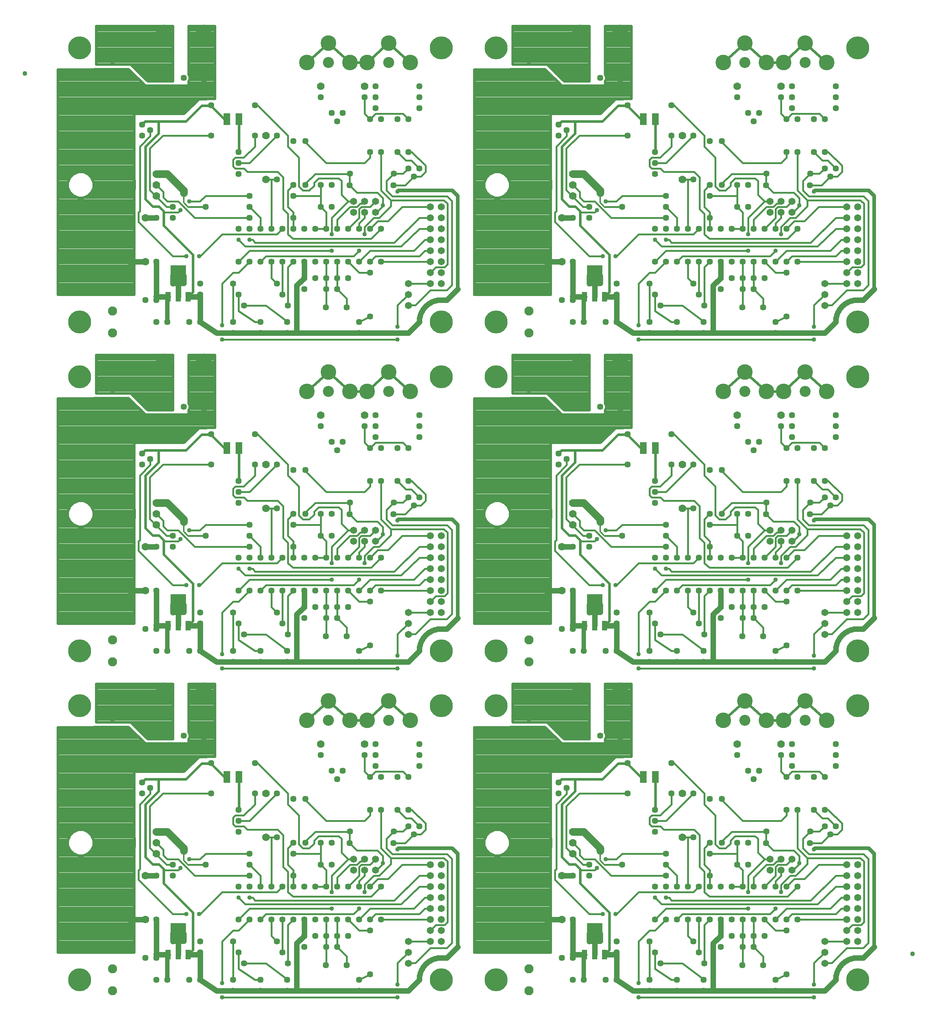
<source format=gtl>
G04 CAM350 V7.6 (Build 209) Date:  Wed Jul 26 15:17:12 2006 *
G04 Database: d:\cam\brmk3-1a\100023-1.cam *
G04 Layer 3: 100023-1.GTL *
%FSLAX24Y24*%
%MOIN*%
%SFA1.000B1.000*%

%MIA0B0*%
%IPPOS*%
%ADD12C,0.05700*%
%ADD13C,0.07000*%
%ADD70C,0.06500*%
%ADD71C,0.21000*%
%ADD21C,0.10040*%
%ADD22C,0.14240*%
%ADD23C,0.14400*%
%ADD24C,0.10050*%
%ADD25C,0.08300*%
%ADD26C,0.02400*%
%ADD27C,0.04000*%
%ADD29C,0.01600*%
%ADD72C,0.03200*%
%ADD55R,0.04800X0.08800*%
%ADD56R,0.14170X0.08660*%
%ADD57R,0.06300X0.10630*%
%ADD58C,0.05000*%
%ADD59C,0.07000*%
%ADD60C,0.01200*%
%ADD74C,0.04331*%
%LN100023-1.GTL*%
%LPD*%
G54D12*
X15343Y9842D03*
X16343D03*
X16368Y7817D03*
X17368D03*
X19343Y7842D03*
X20343D03*
Y10342D03*
Y11342D03*
X23343D03*
X23843Y10342D03*
X24343Y9342D03*
X23343Y7842D03*
Y6842D03*
X25843D03*
Y7842D03*
X28293D03*
Y6842D03*
X28343Y9342D03*
X27843Y10342D03*
X27343Y11342D03*
X26843Y13342D03*
X25843D03*
X24843D03*
X23843D03*
Y16342D03*
X24843D03*
X25843D03*
X26843D03*
X27843D03*
X28843D03*
Y17342D03*
X29843Y16342D03*
X30843D03*
X31843D03*
X32843D03*
X33843D03*
X34843D03*
X35843D03*
X36843D03*
Y13342D03*
X35843D03*
X34843D03*
X33843D03*
X32843D03*
X31843D03*
X30843D03*
X29843D03*
X28843D03*
X27843D03*
X29843Y11842D03*
X30843D03*
X31843D03*
X32843D03*
X33843D03*
X32843Y10842D03*
X31843D03*
X31818Y9167D03*
X33718D03*
X34843Y7842D03*
Y6842D03*
X35843Y8342D03*
Y12342D03*
X29843Y10842D03*
X24843Y17342D03*
Y18342D03*
Y19342D03*
X23843Y21342D03*
Y22342D03*
Y23342D03*
X25343Y24842D03*
X27343D03*
X28843Y24342D03*
X29968D03*
X32843Y26142D03*
X32343Y26892D03*
X33343D03*
X31343Y28342D03*
X35343D03*
X36343D03*
Y27342D03*
X35843Y26342D03*
X36843D03*
X38343D03*
X39343D03*
X40343Y27342D03*
Y28342D03*
Y29342D03*
X36343D03*
X35843Y23342D03*
X36843D03*
X38343D03*
X39343D03*
Y21842D03*
X39843Y21092D03*
X40343Y21842D03*
X38018Y21367D03*
X37993Y20292D03*
X34018Y21367D03*
X33993Y20292D03*
X32343Y20342D03*
X31343D03*
X29968D03*
X28843D03*
Y19342D03*
X27343Y20842D03*
X31343Y18342D03*
X32343D03*
X25343Y27592D03*
X21343D03*
X18843Y30092D03*
X15043Y25842D03*
X15793Y25342D03*
X15043Y24842D03*
X21343D03*
X18843Y19592D03*
X17843Y18342D03*
Y17342D03*
X16343D03*
X20843Y18342D03*
X16343Y13342D03*
G54D55*
X17433Y10122D03*
X18343D03*
X19253D03*
G54D56*
X18343Y12562D03*
G54D13*
X15343Y13342D03*
Y17342D03*
X16343Y19342D03*
Y20342D03*
Y21342D03*
X26343Y20842D03*
Y24842D03*
X31343Y29342D03*
X35343D03*
G54D70*
Y18842D03*
X34343D03*
Y17842D03*
X35343D03*
X36343D03*
Y18842D03*
X41343Y18342D03*
Y17342D03*
X42343D03*
Y18342D03*
Y16342D03*
X41343D03*
Y15342D03*
Y14342D03*
X42343D03*
Y15342D03*
Y13342D03*
X41343D03*
Y12342D03*
X42343D03*
Y11342D03*
X41343D03*
X39343D03*
Y10342D03*
Y9342D03*
G54D57*
X23895Y26342D03*
X22792D03*
G54D71*
X9343Y7842D03*
Y32842D03*
X42343D03*
Y7842D03*
G54D21*
X37543Y31492D03*
X32043D03*
G54D22*
X30075D03*
X32043Y33263D03*
X34012Y31492D03*
X35575D03*
X37543Y33263D03*
X39512Y31492D03*
G54D23*
X20683Y34242D03*
X17013D03*
G54D24*
Y30242D03*
X20683D03*
G54D25*
X12343Y31842D03*
Y33842D03*
Y8842D03*
Y6842D03*
G54D27*
X22343Y6217D03*
Y7542D03*
X18843Y11367D03*
X18343Y11342D03*
X17843D03*
X19093Y13842D03*
X20243D03*
X23843Y15342D03*
X24843D03*
X19343Y18817D03*
X18568Y18042D03*
X13843Y19342D03*
Y20342D03*
Y21342D03*
X32343Y15842D03*
Y14342D03*
X34843D03*
X35343Y15842D03*
X37018Y18467D03*
X38368Y19742D03*
Y7392D03*
Y6217D03*
G54D12*
X53343Y9842D03*
X54343D03*
X54368Y7817D03*
X55368D03*
X57343Y7842D03*
X58343D03*
Y10342D03*
Y11342D03*
X61343D03*
X61843Y10342D03*
X62343Y9342D03*
X61343Y7842D03*
Y6842D03*
X63843D03*
Y7842D03*
X66293D03*
Y6842D03*
X66343Y9342D03*
X65843Y10342D03*
X65343Y11342D03*
X64843Y13342D03*
X63843D03*
X62843D03*
X61843D03*
Y16342D03*
X62843D03*
X63843D03*
X64843D03*
X65843D03*
X66843D03*
Y17342D03*
X67843Y16342D03*
X68843D03*
X69843D03*
X70843D03*
X71843D03*
X72843D03*
X73843D03*
X74843D03*
Y13342D03*
X73843D03*
X72843D03*
X71843D03*
X70843D03*
X69843D03*
X68843D03*
X67843D03*
X66843D03*
X65843D03*
X67843Y11842D03*
X68843D03*
X69843D03*
X70843D03*
X71843D03*
X70843Y10842D03*
X69843D03*
X69818Y9167D03*
X71718D03*
X72843Y7842D03*
Y6842D03*
X73843Y8342D03*
Y12342D03*
X67843Y10842D03*
X62843Y17342D03*
Y18342D03*
Y19342D03*
X61843Y21342D03*
Y22342D03*
Y23342D03*
X63343Y24842D03*
X65343D03*
X66843Y24342D03*
X67968D03*
X70843Y26142D03*
X70343Y26892D03*
X71343D03*
X69343Y28342D03*
X73343D03*
X74343D03*
Y27342D03*
X73843Y26342D03*
X74843D03*
X76343D03*
X77343D03*
X78343Y27342D03*
Y28342D03*
Y29342D03*
X74343D03*
X73843Y23342D03*
X74843D03*
X76343D03*
X77343D03*
Y21842D03*
X77843Y21092D03*
X78343Y21842D03*
X76018Y21367D03*
X75993Y20292D03*
X72018Y21367D03*
X71993Y20292D03*
X70343Y20342D03*
X69343D03*
X67968D03*
X66843D03*
Y19342D03*
X65343Y20842D03*
X69343Y18342D03*
X70343D03*
X63343Y27592D03*
X59343D03*
X56843Y30092D03*
X53043Y25842D03*
X53793Y25342D03*
X53043Y24842D03*
X59343D03*
X56843Y19592D03*
X55843Y18342D03*
Y17342D03*
X54343D03*
X58843Y18342D03*
X54343Y13342D03*
G54D55*
X55433Y10122D03*
X56343D03*
X57253D03*
G54D56*
X56343Y12562D03*
G54D13*
X53343Y13342D03*
Y17342D03*
X54343Y19342D03*
Y20342D03*
Y21342D03*
X64343Y20842D03*
Y24842D03*
X69343Y29342D03*
X73343D03*
G54D70*
Y18842D03*
X72343D03*
Y17842D03*
X73343D03*
X74343D03*
Y18842D03*
X79343Y18342D03*
Y17342D03*
X80343D03*
Y18342D03*
Y16342D03*
X79343D03*
Y15342D03*
Y14342D03*
X80343D03*
Y15342D03*
Y13342D03*
X79343D03*
Y12342D03*
X80343D03*
Y11342D03*
X79343D03*
X77343D03*
Y10342D03*
Y9342D03*
G54D57*
X61895Y26342D03*
X60792D03*
G54D71*
X47343Y7842D03*
Y32842D03*
X80343D03*
Y7842D03*
G54D21*
X75543Y31492D03*
X70043D03*
G54D22*
X68075D03*
X70043Y33263D03*
X72012Y31492D03*
X73575D03*
X75543Y33263D03*
X77512Y31492D03*
G54D23*
X58683Y34242D03*
X55013D03*
G54D24*
Y30242D03*
X58683D03*
G54D25*
X50343Y31842D03*
Y33842D03*
Y8842D03*
Y6842D03*
G54D27*
X60343Y6217D03*
Y7542D03*
X56843Y11367D03*
X56343Y11342D03*
X55843D03*
X57093Y13842D03*
X58243D03*
X61843Y15342D03*
X62843D03*
X57343Y18817D03*
X56568Y18042D03*
X51843Y19342D03*
Y20342D03*
Y21342D03*
X70343Y15842D03*
Y14342D03*
X72843D03*
X73343Y15842D03*
X75018Y18467D03*
X76368Y19742D03*
Y7392D03*
Y6217D03*
G54D12*
X15343Y-20158D03*
Y-50158D03*
X16343Y-20158D03*
Y-50158D03*
X16368Y-22183D03*
Y-52183D03*
X17368Y-22183D03*
Y-52183D03*
X19343Y-22158D03*
Y-52158D03*
X20343Y-22158D03*
Y-52158D03*
Y-19658D03*
Y-49658D03*
Y-18658D03*
Y-48658D03*
X23343Y-18658D03*
Y-48658D03*
X23843Y-19658D03*
Y-49658D03*
X24343Y-20658D03*
Y-50658D03*
X23343Y-22158D03*
Y-52158D03*
Y-23158D03*
Y-53158D03*
X25843Y-23158D03*
Y-53158D03*
Y-22158D03*
Y-52158D03*
X28293Y-22158D03*
Y-52158D03*
Y-23158D03*
Y-53158D03*
X28343Y-20658D03*
Y-50658D03*
X27843Y-19658D03*
Y-49658D03*
X27343Y-18658D03*
Y-48658D03*
X26843Y-16658D03*
Y-46658D03*
X25843Y-16658D03*
Y-46658D03*
X24843Y-16658D03*
Y-46658D03*
X23843Y-16658D03*
Y-46658D03*
Y-13658D03*
Y-43658D03*
X24843Y-13658D03*
Y-43658D03*
X25843Y-13658D03*
Y-43658D03*
X26843Y-13658D03*
Y-43658D03*
X27843Y-13658D03*
Y-43658D03*
X28843Y-13658D03*
Y-43658D03*
Y-12658D03*
Y-42658D03*
X29843Y-13658D03*
Y-43658D03*
X30843Y-13658D03*
Y-43658D03*
X31843Y-13658D03*
Y-43658D03*
X32843Y-13658D03*
Y-43658D03*
X33843Y-13658D03*
Y-43658D03*
X34843Y-13658D03*
Y-43658D03*
X35843Y-13658D03*
Y-43658D03*
X36843Y-13658D03*
Y-43658D03*
Y-16658D03*
Y-46658D03*
X35843Y-16658D03*
Y-46658D03*
X34843Y-16658D03*
Y-46658D03*
X33843Y-16658D03*
Y-46658D03*
X32843Y-16658D03*
Y-46658D03*
X31843Y-16658D03*
Y-46658D03*
X30843Y-16658D03*
Y-46658D03*
X29843Y-16658D03*
Y-46658D03*
X28843Y-16658D03*
Y-46658D03*
X27843Y-16658D03*
Y-46658D03*
X29843Y-18158D03*
Y-48158D03*
X30843Y-18158D03*
Y-48158D03*
X31843Y-18158D03*
Y-48158D03*
X32843Y-18158D03*
Y-48158D03*
X33843Y-18158D03*
Y-48158D03*
X32843Y-19158D03*
Y-49158D03*
X31843Y-19158D03*
Y-49158D03*
X31818Y-20833D03*
Y-50833D03*
X33718Y-20833D03*
Y-50833D03*
X34843Y-22158D03*
Y-52158D03*
Y-23158D03*
Y-53158D03*
X35843Y-21658D03*
Y-51658D03*
Y-17658D03*
Y-47658D03*
X29843Y-19158D03*
Y-49158D03*
X24843Y-12658D03*
Y-42658D03*
Y-11658D03*
Y-41658D03*
Y-10658D03*
Y-40658D03*
X23843Y-8658D03*
Y-38658D03*
Y-7658D03*
Y-37658D03*
Y-6658D03*
Y-36658D03*
X25343Y-5158D03*
Y-35158D03*
X27343Y-5158D03*
Y-35158D03*
X28843Y-5658D03*
Y-35658D03*
X29968Y-5658D03*
Y-35658D03*
X32843Y-3858D03*
Y-33858D03*
X32343Y-3108D03*
Y-33108D03*
X33343Y-3108D03*
Y-33108D03*
X31343Y-1658D03*
Y-31658D03*
X35343Y-1658D03*
Y-31658D03*
X36343Y-1658D03*
Y-31658D03*
Y-2658D03*
Y-32658D03*
X35843Y-3658D03*
Y-33658D03*
X36843Y-3658D03*
Y-33658D03*
X38343Y-3658D03*
Y-33658D03*
X39343Y-3658D03*
Y-33658D03*
X40343Y-2658D03*
Y-32658D03*
Y-1658D03*
Y-31658D03*
Y-658D03*
Y-30658D03*
X36343Y-658D03*
Y-30658D03*
X35843Y-6658D03*
Y-36658D03*
X36843Y-6658D03*
Y-36658D03*
X38343Y-6658D03*
Y-36658D03*
X39343Y-6658D03*
Y-36658D03*
Y-8158D03*
Y-38158D03*
X39843Y-8908D03*
Y-38908D03*
X40343Y-8158D03*
Y-38158D03*
X38018Y-8633D03*
Y-38633D03*
X37993Y-9708D03*
Y-39708D03*
X34018Y-8633D03*
Y-38633D03*
X33993Y-9708D03*
Y-39708D03*
X32343Y-9658D03*
Y-39658D03*
X31343Y-9658D03*
Y-39658D03*
X29968Y-9658D03*
Y-39658D03*
X28843Y-9658D03*
Y-39658D03*
Y-10658D03*
Y-40658D03*
X27343Y-9158D03*
Y-39158D03*
X31343Y-11658D03*
Y-41658D03*
X32343Y-11658D03*
Y-41658D03*
X25343Y-2408D03*
Y-32408D03*
X21343Y-2408D03*
Y-32408D03*
X18843Y92D03*
Y-29908D03*
X15043Y-4158D03*
Y-34158D03*
X15793Y-4658D03*
Y-34658D03*
X15043Y-5158D03*
Y-35158D03*
X21343Y-5158D03*
Y-35158D03*
X18843Y-10408D03*
Y-40408D03*
X17843Y-11658D03*
Y-41658D03*
Y-12658D03*
Y-42658D03*
X16343Y-12658D03*
Y-42658D03*
X20843Y-11658D03*
Y-41658D03*
X16343Y-16658D03*
Y-46658D03*
G54D55*
X17433Y-19878D03*
Y-49878D03*
X18343Y-19878D03*
Y-49878D03*
X19253Y-19878D03*
Y-49878D03*
G54D56*
X18343Y-17438D03*
Y-47438D03*
G54D13*
X15343Y-16658D03*
Y-46658D03*
Y-12658D03*
Y-42658D03*
X16343Y-10658D03*
Y-40658D03*
Y-9658D03*
Y-39658D03*
Y-8658D03*
Y-38658D03*
X26343Y-9158D03*
Y-39158D03*
Y-5158D03*
Y-35158D03*
X31343Y-658D03*
Y-30658D03*
X35343Y-658D03*
Y-30658D03*
G54D70*
Y-11158D03*
Y-41158D03*
X34343Y-11158D03*
Y-41158D03*
Y-12158D03*
Y-42158D03*
X35343Y-12158D03*
Y-42158D03*
X36343Y-12158D03*
Y-42158D03*
Y-11158D03*
Y-41158D03*
X41343Y-11658D03*
Y-41658D03*
Y-12658D03*
Y-42658D03*
X42343Y-12658D03*
Y-42658D03*
Y-11658D03*
Y-41658D03*
Y-13658D03*
Y-43658D03*
X41343Y-13658D03*
Y-43658D03*
Y-14658D03*
Y-44658D03*
Y-15658D03*
Y-45658D03*
X42343Y-15658D03*
Y-45658D03*
Y-14658D03*
Y-44658D03*
Y-16658D03*
Y-46658D03*
X41343Y-16658D03*
Y-46658D03*
Y-17658D03*
Y-47658D03*
X42343Y-17658D03*
Y-47658D03*
Y-18658D03*
Y-48658D03*
X41343Y-18658D03*
Y-48658D03*
X39343Y-18658D03*
Y-48658D03*
Y-19658D03*
Y-49658D03*
Y-20658D03*
Y-50658D03*
G54D57*
X23895Y-3658D03*
Y-33658D03*
X22792Y-3658D03*
Y-33658D03*
G54D71*
X9343Y-22158D03*
Y-52158D03*
Y2842D03*
Y-27158D03*
X42343Y2842D03*
Y-27158D03*
Y-22158D03*
Y-52158D03*
G54D21*
X37543Y1492D03*
Y-28508D03*
X32043Y1492D03*
Y-28508D03*
G54D22*
X30075Y1492D03*
Y-28508D03*
X32043Y3263D03*
Y-26737D03*
X34012Y1492D03*
Y-28508D03*
X35575Y1492D03*
Y-28508D03*
X37543Y3263D03*
Y-26737D03*
X39512Y1492D03*
Y-28508D03*
G54D23*
X20683Y4242D03*
Y-25758D03*
X17013Y4242D03*
Y-25758D03*
G54D24*
Y242D03*
Y-29758D03*
X20683Y242D03*
Y-29758D03*
G54D25*
X12343Y1842D03*
Y-28158D03*
Y3842D03*
Y-26158D03*
Y-21158D03*
Y-51158D03*
Y-23158D03*
Y-53158D03*
G54D27*
X22343Y-23783D03*
Y-53783D03*
Y-22458D03*
Y-52458D03*
X18843Y-18633D03*
Y-48633D03*
X18343Y-18658D03*
Y-48658D03*
X17843Y-18658D03*
Y-48658D03*
X19093Y-16158D03*
Y-46158D03*
X20243Y-16158D03*
Y-46158D03*
X23843Y-14658D03*
Y-44658D03*
X24843Y-14658D03*
Y-44658D03*
X19343Y-11183D03*
Y-41183D03*
X18568Y-11958D03*
Y-41958D03*
X13843Y-10658D03*
Y-40658D03*
Y-9658D03*
Y-39658D03*
Y-8658D03*
Y-38658D03*
X32343Y-14158D03*
Y-44158D03*
Y-15658D03*
Y-45658D03*
X34843Y-15658D03*
Y-45658D03*
X35343Y-14158D03*
Y-44158D03*
X37018Y-11533D03*
Y-41533D03*
X38368Y-10258D03*
Y-40258D03*
Y-22608D03*
Y-52608D03*
Y-23783D03*
Y-53783D03*
G54D12*
X53343Y-20158D03*
Y-50158D03*
X54343Y-20158D03*
Y-50158D03*
X54368Y-22183D03*
Y-52183D03*
X55368Y-22183D03*
Y-52183D03*
X57343Y-22158D03*
Y-52158D03*
X58343Y-22158D03*
Y-52158D03*
Y-19658D03*
Y-49658D03*
Y-18658D03*
Y-48658D03*
X61343Y-18658D03*
Y-48658D03*
X61843Y-19658D03*
Y-49658D03*
X62343Y-20658D03*
Y-50658D03*
X61343Y-22158D03*
Y-52158D03*
Y-23158D03*
Y-53158D03*
X63843Y-23158D03*
Y-53158D03*
Y-22158D03*
Y-52158D03*
X66293Y-22158D03*
Y-52158D03*
Y-23158D03*
Y-53158D03*
X66343Y-20658D03*
Y-50658D03*
X65843Y-19658D03*
Y-49658D03*
X65343Y-18658D03*
Y-48658D03*
X64843Y-16658D03*
Y-46658D03*
X63843Y-16658D03*
Y-46658D03*
X62843Y-16658D03*
Y-46658D03*
X61843Y-16658D03*
Y-46658D03*
Y-13658D03*
Y-43658D03*
X62843Y-13658D03*
Y-43658D03*
X63843Y-13658D03*
Y-43658D03*
X64843Y-13658D03*
Y-43658D03*
X65843Y-13658D03*
Y-43658D03*
X66843Y-13658D03*
Y-43658D03*
Y-12658D03*
Y-42658D03*
X67843Y-13658D03*
Y-43658D03*
X68843Y-13658D03*
Y-43658D03*
X69843Y-13658D03*
Y-43658D03*
X70843Y-13658D03*
Y-43658D03*
X71843Y-13658D03*
Y-43658D03*
X72843Y-13658D03*
Y-43658D03*
X73843Y-13658D03*
Y-43658D03*
X74843Y-13658D03*
Y-43658D03*
Y-16658D03*
Y-46658D03*
X73843Y-16658D03*
Y-46658D03*
X72843Y-16658D03*
Y-46658D03*
X71843Y-16658D03*
Y-46658D03*
X70843Y-16658D03*
Y-46658D03*
X69843Y-16658D03*
Y-46658D03*
X68843Y-16658D03*
Y-46658D03*
X67843Y-16658D03*
Y-46658D03*
X66843Y-16658D03*
Y-46658D03*
X65843Y-16658D03*
Y-46658D03*
X67843Y-18158D03*
Y-48158D03*
X68843Y-18158D03*
Y-48158D03*
X69843Y-18158D03*
Y-48158D03*
X70843Y-18158D03*
Y-48158D03*
X71843Y-18158D03*
Y-48158D03*
X70843Y-19158D03*
Y-49158D03*
X69843Y-19158D03*
Y-49158D03*
X69818Y-20833D03*
Y-50833D03*
X71718Y-20833D03*
Y-50833D03*
X72843Y-22158D03*
Y-52158D03*
Y-23158D03*
Y-53158D03*
X73843Y-21658D03*
Y-51658D03*
Y-17658D03*
Y-47658D03*
X67843Y-19158D03*
Y-49158D03*
X62843Y-12658D03*
Y-42658D03*
Y-11658D03*
Y-41658D03*
Y-10658D03*
Y-40658D03*
X61843Y-8658D03*
Y-38658D03*
Y-7658D03*
Y-37658D03*
Y-6658D03*
Y-36658D03*
X63343Y-5158D03*
Y-35158D03*
X65343Y-5158D03*
Y-35158D03*
X66843Y-5658D03*
Y-35658D03*
X67968Y-5658D03*
Y-35658D03*
X70843Y-3858D03*
Y-33858D03*
X70343Y-3108D03*
Y-33108D03*
X71343Y-3108D03*
Y-33108D03*
X69343Y-1658D03*
Y-31658D03*
X73343Y-1658D03*
Y-31658D03*
X74343Y-1658D03*
Y-31658D03*
Y-2658D03*
Y-32658D03*
X73843Y-3658D03*
Y-33658D03*
X74843Y-3658D03*
Y-33658D03*
X76343Y-3658D03*
Y-33658D03*
X77343Y-3658D03*
Y-33658D03*
X78343Y-2658D03*
Y-32658D03*
Y-1658D03*
Y-31658D03*
Y-658D03*
Y-30658D03*
X74343Y-658D03*
Y-30658D03*
X73843Y-6658D03*
Y-36658D03*
X74843Y-6658D03*
Y-36658D03*
X76343Y-6658D03*
Y-36658D03*
X77343Y-6658D03*
Y-36658D03*
Y-8158D03*
Y-38158D03*
X77843Y-8908D03*
Y-38908D03*
X78343Y-8158D03*
Y-38158D03*
X76018Y-8633D03*
Y-38633D03*
X75993Y-9708D03*
Y-39708D03*
X72018Y-8633D03*
Y-38633D03*
X71993Y-9708D03*
Y-39708D03*
X70343Y-9658D03*
Y-39658D03*
X69343Y-9658D03*
Y-39658D03*
X67968Y-9658D03*
Y-39658D03*
X66843Y-9658D03*
Y-39658D03*
Y-10658D03*
Y-40658D03*
X65343Y-9158D03*
Y-39158D03*
X69343Y-11658D03*
Y-41658D03*
X70343Y-11658D03*
Y-41658D03*
X63343Y-2408D03*
Y-32408D03*
X59343Y-2408D03*
Y-32408D03*
X56843Y92D03*
Y-29908D03*
X53043Y-4158D03*
Y-34158D03*
X53793Y-4658D03*
Y-34658D03*
X53043Y-5158D03*
Y-35158D03*
X59343Y-5158D03*
Y-35158D03*
X56843Y-10408D03*
Y-40408D03*
X55843Y-11658D03*
Y-41658D03*
Y-12658D03*
Y-42658D03*
X54343Y-12658D03*
Y-42658D03*
X58843Y-11658D03*
Y-41658D03*
X54343Y-16658D03*
Y-46658D03*
G54D55*
X55433Y-19878D03*
Y-49878D03*
X56343Y-19878D03*
Y-49878D03*
X57253Y-19878D03*
Y-49878D03*
G54D56*
X56343Y-17438D03*
Y-47438D03*
G54D13*
X53343Y-16658D03*
Y-46658D03*
Y-12658D03*
Y-42658D03*
X54343Y-10658D03*
Y-40658D03*
Y-9658D03*
Y-39658D03*
Y-8658D03*
Y-38658D03*
X64343Y-9158D03*
Y-39158D03*
Y-5158D03*
Y-35158D03*
X69343Y-658D03*
Y-30658D03*
X73343Y-658D03*
Y-30658D03*
G54D70*
Y-11158D03*
Y-41158D03*
X72343Y-11158D03*
Y-41158D03*
Y-12158D03*
Y-42158D03*
X73343Y-12158D03*
Y-42158D03*
X74343Y-12158D03*
Y-42158D03*
Y-11158D03*
Y-41158D03*
X79343Y-11658D03*
Y-41658D03*
Y-12658D03*
Y-42658D03*
X80343Y-12658D03*
Y-42658D03*
Y-11658D03*
Y-41658D03*
Y-13658D03*
Y-43658D03*
X79343Y-13658D03*
Y-43658D03*
Y-14658D03*
Y-44658D03*
Y-15658D03*
Y-45658D03*
X80343Y-15658D03*
Y-45658D03*
Y-14658D03*
Y-44658D03*
Y-16658D03*
Y-46658D03*
X79343Y-16658D03*
Y-46658D03*
Y-17658D03*
Y-47658D03*
X80343Y-17658D03*
Y-47658D03*
Y-18658D03*
Y-48658D03*
X79343Y-18658D03*
Y-48658D03*
X77343Y-18658D03*
Y-48658D03*
Y-19658D03*
Y-49658D03*
Y-20658D03*
Y-50658D03*
G54D57*
X61895Y-3658D03*
Y-33658D03*
X60792Y-3658D03*
Y-33658D03*
G54D71*
X47343Y-22158D03*
Y-52158D03*
Y2842D03*
Y-27158D03*
X80343Y2842D03*
Y-27158D03*
Y-22158D03*
Y-52158D03*
G54D21*
X75543Y1492D03*
Y-28508D03*
X70043Y1492D03*
Y-28508D03*
G54D22*
X68075Y1492D03*
Y-28508D03*
X70043Y3263D03*
Y-26737D03*
X72012Y1492D03*
Y-28508D03*
X73575Y1492D03*
Y-28508D03*
X75543Y3263D03*
Y-26737D03*
X77512Y1492D03*
Y-28508D03*
G54D23*
X58683Y4242D03*
Y-25758D03*
X55013Y4242D03*
Y-25758D03*
G54D24*
Y242D03*
Y-29758D03*
X58683Y242D03*
Y-29758D03*
G54D25*
X50343Y1842D03*
Y-28158D03*
Y3842D03*
Y-26158D03*
Y-21158D03*
Y-51158D03*
Y-23158D03*
Y-53158D03*
G54D27*
X60343Y-23783D03*
Y-53783D03*
Y-22458D03*
Y-52458D03*
X56843Y-18633D03*
Y-48633D03*
X56343Y-18658D03*
Y-48658D03*
X55843Y-18658D03*
Y-48658D03*
X57093Y-16158D03*
Y-46158D03*
X58243Y-16158D03*
Y-46158D03*
X61843Y-14658D03*
Y-44658D03*
X62843Y-14658D03*
Y-44658D03*
X57343Y-11183D03*
Y-41183D03*
X56568Y-11958D03*
Y-41958D03*
X51843Y-10658D03*
Y-40658D03*
Y-9658D03*
Y-39658D03*
Y-8658D03*
Y-38658D03*
X70343Y-14158D03*
Y-44158D03*
Y-15658D03*
Y-45658D03*
X72843Y-15658D03*
Y-45658D03*
X73343Y-14158D03*
Y-44158D03*
X75018Y-11533D03*
Y-41533D03*
X76368Y-10258D03*
Y-40258D03*
Y-22608D03*
Y-52608D03*
Y-23783D03*
Y-53783D03*
G54D74*
X4343Y30499D03*
X85343Y-49815D03*
G54D29*
X17843Y13842D02*
G01X19093D01*
X17843D02*
G01X14718Y16967D01*
Y17817*
X14843Y17942*
Y23842*
X15793Y24792*
Y25342*
X16943Y24842D02*
G01X21343D01*
X21393Y24892*
X23568Y22817D02*
G01X24318D01*
X25343Y23842*
Y24842*
X27343D02*
G01X24843Y22342D01*
X23843*
X23368Y22617D02*
G01Y22042D01*
X23568Y21842*
X24343*
X24643Y21542*
X27418*
X27918Y21042*
Y18117*
X28343Y17692*
Y15842*
X28818Y15417*
X35943*
X36843Y16317*
Y16342*
X36543Y17042D02*
G01X37493D01*
X38793Y18342*
X41343*
Y17342D02*
G01X40343D01*
X38043Y15067*
X25368*
X25143Y15342*
X24843*
X24443Y14742D02*
G01X38693D01*
X40343Y16342*
X41343*
Y15342D02*
G01X40843D01*
X39843Y14342*
X35843*
X34843Y13342*
X34343Y13842D02*
G01X34843Y14342D01*
X34343Y13842D02*
G01X26343D01*
X25843Y13342*
X24843D02*
G01X23843Y12342D01*
X23343*
X22343Y11342*
Y7542*
X23343Y7842D02*
G01Y11342D01*
X23843Y10342D02*
G01Y8842D01*
X25343Y7842*
X25843*
X26343Y9342D02*
G01X24343D01*
X26343D02*
G01X28343Y7842D01*
X28293*
X28343Y9342D02*
G01Y12842D01*
X28843Y13342*
X27843D02*
G01Y10342D01*
X27343Y11342D02*
G01X26843Y11842D01*
Y13342*
X24843Y14342D02*
G01X32343D01*
X31843Y13342D02*
G01Y11842D01*
Y10842*
Y9192*
X31818Y9167*
X33718D02*
G01Y9967D01*
X32843Y10842*
Y11842*
Y13342*
X33843D02*
G01X34843Y12342D01*
X35843*
Y13342D02*
G01X36343Y13842D01*
X40343*
X40843Y14342*
X41343*
Y13342D02*
G01X36843D01*
X39343Y11342D02*
G01X41343D01*
Y10717D02*
G01X42843D01*
X43318Y11192*
Y18867*
X42893Y19292*
X37893*
X37343Y19842*
Y20692*
X38018Y21367*
X38868*
X39343Y21842*
X39118Y22567D02*
G01X38343Y23342D01*
X38318*
X39343D02*
G01X39668D01*
X40918Y22092*
Y21517*
X40493Y21092*
X39843*
X39043Y20292*
X37993*
X36843Y19842D02*
G01X37743Y18942D01*
Y18392*
X36693Y17342*
X36193*
X35343Y16492*
Y15842*
X34843Y16342D02*
G01Y16842D01*
X35343Y17342*
Y17842*
X34843Y18117D02*
G01Y17342D01*
X33843Y16342*
X32843D02*
G01Y17167D01*
X34018Y18342*
X34643*
X34943Y18642*
X35143*
X35343Y18842*
X35068Y18342D02*
G01X35843D01*
X36343Y18842*
X37018Y19142D02*
G01Y18467D01*
Y18392*
X36468Y17842*
X36343*
X36543Y17042D02*
G01X35843Y16342D01*
X34843Y18117D02*
G01X35068Y18342D01*
X34343Y18842D02*
G01X33843D01*
X33243Y19442*
Y20692*
X32993Y20942*
X31143*
X30743Y20542*
Y20267*
X30293Y19817*
X29718*
X29343Y20192*
Y22842*
X28343Y23842*
Y24842*
X25593Y27592*
X25343*
X29968Y24342D02*
G01Y24217D01*
X31843Y22342*
X35343*
X35843Y22842*
Y23342*
X36843D02*
G01Y19842D01*
X36518Y19642D02*
G01X37018Y19142D01*
X36518Y19642D02*
G01X34643D01*
X33993Y20292*
Y21342*
X34018Y21367*
X33868*
X33843Y21342*
X30843*
X29968Y20467*
Y20342*
X28843Y20367D02*
G01Y20342D01*
Y20367D02*
G01X28343Y19817D01*
Y18342*
X28843Y17842*
Y17342*
X28818Y17617*
X28843Y17342D02*
G01Y16342D01*
X27843D02*
G01X27343Y15842D01*
X22343*
X20343Y13842*
X20243*
X23843Y13342D02*
G01X24843Y14342D01*
X24443Y14742D02*
G01X23843Y15342D01*
X25843Y16342D02*
G01Y17342D01*
X24843Y18342*
Y17342D02*
G01X19843D01*
X18343Y18842*
X17343*
X16993Y19192*
Y19692*
X16393Y20292*
X16343*
Y20342*
X15768Y19867D02*
G01X16293Y19342D01*
X17293Y18342*
X17843*
X18368Y17842D02*
G01X17018D01*
X16993*
X18368D02*
G01X18568Y18042D01*
X19268Y18342D02*
G01X20843D01*
X20318Y18817D02*
G01X20843Y19342D01*
X24843*
X26343Y20842D02*
G01X26843D01*
Y16342*
X28843Y19342D02*
G01X31343D01*
Y20342*
Y19342D02*
G01Y18342D01*
X31843Y17842*
Y16342*
X30843*
X32343Y15842D02*
G01Y17342D01*
X33843Y18842*
X33993Y20242D02*
G01Y20292D01*
X37743Y18942D02*
G01X42593D01*
X42918Y18617*
Y13092*
X42668Y12842*
X41843*
X41343Y12342*
Y10717D02*
G01X39993Y9367D01*
X39318*
X39343Y9342*
X38368Y9367D02*
G01X39343Y10342D01*
X38368Y9367D02*
G01Y7392D01*
Y6217D02*
G01X22343D01*
X33718Y9142D02*
G01Y9167D01*
X34843Y7842D02*
G01X35843Y8342D01*
X27343Y20842D02*
G01X26843D01*
X23568Y22817D02*
G01X23368Y22617D01*
X20318Y18817D02*
G01X19343D01*
X15768Y19867D02*
G01Y23667D01*
X16943Y24842*
X35343Y26842D02*
G01X35843Y26342D01*
X36343Y26842*
X38843*
X39343Y26342*
X39118Y22567D02*
G01X39618D01*
X40343Y21842*
X35343Y26842D02*
G01Y28342D01*
G54D58*
X29843Y13342D02*
G01Y11842D01*
X29168Y11167*
Y6842*
X34843*
X39343*
X40343Y7842*
X40345Y7929*
X40351Y8016*
X40360Y8103*
X40373Y8189*
X40390Y8275*
X40411Y8360*
X40436Y8443*
X40464Y8526*
X40495Y8607*
X40530Y8687*
X40569Y8765*
X40611Y8842*
X40656Y8917*
X40705Y8989*
X40756Y9060*
X40811Y9128*
X40868Y9193*
X40929Y9256*
X40992Y9317*
X41057Y9374*
X41125Y9429*
X41196Y9480*
X41268Y9529*
X41343Y9574*
X41420Y9616*
X41498Y9655*
X41578Y9690*
X41659Y9721*
X41742Y9749*
X41825Y9774*
X41910Y9795*
X41996Y9812*
X42082Y9825*
X42169Y9834*
X42256Y9840*
X42343Y9842*
X42843*
X43843Y10842*
X29168Y6842D02*
G01X28293D01*
X25843*
X23343*
X21843*
X20343Y7842*
Y10342*
X20123Y10122*
X19253*
X18343D02*
G01Y11342D01*
Y12562*
Y12542*
X18843Y12042*
Y11367*
X17868*
X17843Y11342*
Y12062*
X18343Y12562*
X16343Y13342D02*
G01Y10167D01*
X16318*
X16363Y10122*
X17433*
X18343D02*
G01Y10117D01*
X16343Y10167D02*
G01Y9842D01*
X15343Y13342D02*
G01X13843D01*
X15343Y17342D02*
G01X16343D01*
X28293Y6842D02*
G01X28343D01*
G54D27*
X17368Y7817D02*
G01Y10117D01*
X17433Y10182*
Y10122*
Y10182D02*
G01X17443Y10192D01*
G54D26*
X19253Y10122D02*
G01X19693Y10562D01*
Y13967*
X17018Y16642*
Y17842*
Y17942*
X16593Y18367*
X16018*
X15343Y19042*
Y23842*
X16543Y25042*
Y26117*
X19043*
X20493Y27567*
X21318*
X22543Y26342*
X22792*
X23895D02*
G01Y23368D01*
X23868Y23342*
X23843*
X21343Y27567D02*
G01X21318D01*
X21343Y27592*
Y27567*
X21693Y28192D02*
G01X20243Y28167D01*
X18868Y26842*
X14318*
Y20717*
X14343*
Y19967*
X14318*
Y10342*
X7363*
Y30867*
X13793Y30892*
X15343Y29392*
X19293*
Y29778*
X19301Y29786*
X19383Y29984*
Y30199*
X19301Y30398*
X19293Y30405*
Y34822*
X21693*
Y28192*
Y28242D02*
G01X7363D01*
Y28480D02*
G01X21693D01*
Y28719D02*
G01X7363D01*
Y28958D02*
G01X21693D01*
Y29196D02*
G01X7363D01*
Y29435D02*
G01X15299D01*
X15053Y29673D02*
G01X7363D01*
Y29912D02*
G01X14806D01*
X14560Y30150D02*
G01X7363D01*
Y30389D02*
G01X14313D01*
X14067Y30627D02*
G01X7363D01*
Y30866D02*
G01X13820D01*
X14231Y31104D02*
G01X17843D01*
Y30866D02*
G01X14469D01*
X14708Y30627D02*
G01X17843D01*
Y30389D02*
G01X14946D01*
X15185Y30150D02*
G01X17843D01*
Y29912D02*
G01X15424D01*
X15543Y29792D02*
G01X17843D01*
Y34822*
X10868*
Y31342*
X13993*
X15543Y29792*
X17843Y31343D02*
G01X10868D01*
Y31581D02*
G01X17843D01*
Y31820D02*
G01X10868D01*
Y32059D02*
G01X17843D01*
Y32297D02*
G01X10868D01*
Y32536D02*
G01X17843D01*
Y32774D02*
G01X10868D01*
Y33013D02*
G01X17843D01*
Y33251D02*
G01X10868D01*
Y33490D02*
G01X17843D01*
Y33728D02*
G01X10868D01*
Y33967D02*
G01X17843D01*
Y34205D02*
G01X10868D01*
Y34444D02*
G01X17843D01*
Y34683D02*
G01X10868D01*
X7363Y28003D02*
G01X20074D01*
X19826Y27765D02*
G01X7363D01*
Y27526D02*
G01X19579D01*
X19331Y27288D02*
G01X7363D01*
Y27049D02*
G01X19084D01*
X16543Y26117D02*
G01X15318D01*
X15043Y25842*
X14318Y25856D02*
G01X7363D01*
Y25618D02*
G01X14318D01*
Y25379D02*
G01X7363D01*
Y25141D02*
G01X14318D01*
Y24902D02*
G01X7363D01*
Y24664D02*
G01X14318D01*
Y24425D02*
G01X7363D01*
Y24187D02*
G01X14318D01*
Y23948D02*
G01X7363D01*
Y23710D02*
G01X14318D01*
Y23471D02*
G01X7363D01*
Y23232D02*
G01X14318D01*
Y22994D02*
G01X7363D01*
Y22755D02*
G01X14318D01*
Y22517D02*
G01X7363D01*
Y22278D02*
G01X14318D01*
Y22040D02*
G01X7363D01*
Y21801D02*
G01X14318D01*
Y21563D02*
G01X7363D01*
Y21324D02*
G01X8771D01*
X8781Y21334D02*
G01X8452Y21004D01*
X8273Y20574*
Y20109*
X8452Y19679*
X8781Y19350*
X9211Y19172*
X9676*
X10106Y19350*
X10435Y19679*
X10613Y20109*
Y20574*
X10435Y21004*
X10106Y21334*
X9676Y21512*
X9211*
X8781Y21334*
X8533Y21086D02*
G01X7363D01*
Y20847D02*
G01X8386D01*
X8288Y20609D02*
G01X7363D01*
Y20370D02*
G01X8273D01*
Y20131D02*
G01X7363D01*
Y19893D02*
G01X8363D01*
X8476Y19654D02*
G01X7363D01*
Y19416D02*
G01X8715D01*
X9197Y19177D02*
G01X7363D01*
Y18939D02*
G01X14318D01*
Y19177D02*
G01X9689D01*
X10172Y19416D02*
G01X14318D01*
Y19654D02*
G01X10411D01*
X10524Y19893D02*
G01X14318D01*
X14343Y20131D02*
G01X10613D01*
Y20370D02*
G01X14343D01*
Y20609D02*
G01X10599D01*
X10501Y20847D02*
G01X14318D01*
Y21086D02*
G01X10354D01*
X10116Y21324D02*
G01X14318D01*
Y18700D02*
G01X7363D01*
Y18462D02*
G01X14318D01*
Y18223D02*
G01X7363D01*
Y17985D02*
G01X14318D01*
Y17746D02*
G01X7363D01*
Y17507D02*
G01X14318D01*
Y17269D02*
G01X7363D01*
Y17030D02*
G01X14318D01*
Y16792D02*
G01X7363D01*
Y16553D02*
G01X14318D01*
Y16315D02*
G01X7363D01*
Y16076D02*
G01X14318D01*
Y15838D02*
G01X7363D01*
Y15599D02*
G01X14318D01*
Y15361D02*
G01X7363D01*
Y15122D02*
G01X14318D01*
Y14883D02*
G01X7363D01*
Y14645D02*
G01X14318D01*
Y14406D02*
G01X7363D01*
Y14168D02*
G01X14318D01*
Y13929D02*
G01X7363D01*
Y13691D02*
G01X14318D01*
Y13452D02*
G01X7363D01*
Y13214D02*
G01X14318D01*
Y12975D02*
G01X7363D01*
Y12737D02*
G01X14318D01*
Y12498D02*
G01X7363D01*
Y12259D02*
G01X14318D01*
Y12021D02*
G01X7363D01*
Y11782D02*
G01X14318D01*
Y11544D02*
G01X7363D01*
Y11305D02*
G01X14318D01*
Y11067D02*
G01X7363D01*
Y10828D02*
G01X14318D01*
Y10590D02*
G01X7363D01*
Y10351D02*
G01X14318D01*
Y26095D02*
G01X7363D01*
Y26334D02*
G01X14318D01*
Y26572D02*
G01X7363D01*
Y26811D02*
G01X14318D01*
X19293Y29435D02*
G01X21693D01*
Y29673D02*
G01X19293D01*
X19353Y29912D02*
G01X21693D01*
Y30150D02*
G01X19383D01*
X19305Y30389D02*
G01X21693D01*
Y30627D02*
G01X19293D01*
Y30866D02*
G01X21693D01*
Y31104D02*
G01X19293D01*
Y31343D02*
G01X21693D01*
Y31581D02*
G01X19293D01*
Y31820D02*
G01X21693D01*
Y32059D02*
G01X19293D01*
Y32297D02*
G01X21693D01*
Y32536D02*
G01X19293D01*
Y32774D02*
G01X21693D01*
Y33013D02*
G01X19293D01*
Y33251D02*
G01X21693D01*
Y33490D02*
G01X19293D01*
Y33728D02*
G01X21693D01*
Y33967D02*
G01X19293D01*
Y34205D02*
G01X21693D01*
Y34444D02*
G01X19293D01*
Y34683D02*
G01X21693D01*
X30075Y31492D02*
G01X32043Y33267D01*
Y33263*
X34018Y31492*
X34012*
X35575*
X37518Y33292*
X37543Y33263*
X39493Y31492*
X39512*
G54D72*
X38468Y19842D02*
G01X38368Y19742D01*
X38468Y19842D02*
G01X43343D01*
X43843Y19342*
Y10842*
G54D59*
X18843Y19592D02*
G01Y19842D01*
X17343Y21342*
X16343*
G54D60*
X18843Y19592D02*
G01Y18717D01*
X19218Y18342*
X19268*
G54D29*
X55843Y13842D02*
G01X57093D01*
X55843D02*
G01X52718Y16967D01*
Y17817*
X52843Y17942*
Y23842*
X53793Y24792*
Y25342*
X54943Y24842D02*
G01X59343D01*
X59393Y24892*
X61568Y22817D02*
G01X62318D01*
X63343Y23842*
Y24842*
X65343D02*
G01X62843Y22342D01*
X61843*
X61368Y22617D02*
G01Y22042D01*
X61568Y21842*
X62343*
X62643Y21542*
X65418*
X65918Y21042*
Y18117*
X66343Y17692*
Y15842*
X66818Y15417*
X73943*
X74843Y16317*
Y16342*
X74543Y17042D02*
G01X75493D01*
X76793Y18342*
X79343*
Y17342D02*
G01X78343D01*
X76043Y15067*
X63368*
X63143Y15342*
X62843*
X62443Y14742D02*
G01X76693D01*
X78343Y16342*
X79343*
Y15342D02*
G01X78843D01*
X77843Y14342*
X73843*
X72843Y13342*
X72343Y13842D02*
G01X72843Y14342D01*
X72343Y13842D02*
G01X64343D01*
X63843Y13342*
X62843D02*
G01X61843Y12342D01*
X61343*
X60343Y11342*
Y7542*
X61343Y7842D02*
G01Y11342D01*
X61843Y10342D02*
G01Y8842D01*
X63343Y7842*
X63843*
X64343Y9342D02*
G01X62343D01*
X64343D02*
G01X66343Y7842D01*
X66293*
X66343Y9342D02*
G01Y12842D01*
X66843Y13342*
X65843D02*
G01Y10342D01*
X65343Y11342D02*
G01X64843Y11842D01*
Y13342*
X62843Y14342D02*
G01X70343D01*
X69843Y13342D02*
G01Y11842D01*
Y10842*
Y9192*
X69818Y9167*
X71718D02*
G01Y9967D01*
X70843Y10842*
Y11842*
Y13342*
X71843D02*
G01X72843Y12342D01*
X73843*
Y13342D02*
G01X74343Y13842D01*
X78343*
X78843Y14342*
X79343*
Y13342D02*
G01X74843D01*
X77343Y11342D02*
G01X79343D01*
Y10717D02*
G01X80843D01*
X81318Y11192*
Y18867*
X80893Y19292*
X75893*
X75343Y19842*
Y20692*
X76018Y21367*
X76868*
X77343Y21842*
X77118Y22567D02*
G01X76343Y23342D01*
X76318*
X77343D02*
G01X77668D01*
X78918Y22092*
Y21517*
X78493Y21092*
X77843*
X77043Y20292*
X75993*
X74843Y19842D02*
G01X75743Y18942D01*
Y18392*
X74693Y17342*
X74193*
X73343Y16492*
Y15842*
X72843Y16342D02*
G01Y16842D01*
X73343Y17342*
Y17842*
X72843Y18117D02*
G01Y17342D01*
X71843Y16342*
X70843D02*
G01Y17167D01*
X72018Y18342*
X72643*
X72943Y18642*
X73143*
X73343Y18842*
X73068Y18342D02*
G01X73843D01*
X74343Y18842*
X75018Y19142D02*
G01Y18467D01*
Y18392*
X74468Y17842*
X74343*
X74543Y17042D02*
G01X73843Y16342D01*
X72843Y18117D02*
G01X73068Y18342D01*
X72343Y18842D02*
G01X71843D01*
X71243Y19442*
Y20692*
X70993Y20942*
X69143*
X68743Y20542*
Y20267*
X68293Y19817*
X67718*
X67343Y20192*
Y22842*
X66343Y23842*
Y24842*
X63593Y27592*
X63343*
X67968Y24342D02*
G01Y24217D01*
X69843Y22342*
X73343*
X73843Y22842*
Y23342*
X74843D02*
G01Y19842D01*
X74518Y19642D02*
G01X75018Y19142D01*
X74518Y19642D02*
G01X72643D01*
X71993Y20292*
Y21342*
X72018Y21367*
X71868*
X71843Y21342*
X68843*
X67968Y20467*
Y20342*
X66843Y20367D02*
G01Y20342D01*
Y20367D02*
G01X66343Y19817D01*
Y18342*
X66843Y17842*
Y17342*
X66818Y17617*
X66843Y17342D02*
G01Y16342D01*
X65843D02*
G01X65343Y15842D01*
X60343*
X58343Y13842*
X58243*
X61843Y13342D02*
G01X62843Y14342D01*
X62443Y14742D02*
G01X61843Y15342D01*
X63843Y16342D02*
G01Y17342D01*
X62843Y18342*
Y17342D02*
G01X57843D01*
X56343Y18842*
X55343*
X54993Y19192*
Y19692*
X54393Y20292*
X54343*
Y20342*
X53768Y19867D02*
G01X54293Y19342D01*
X55293Y18342*
X55843*
X56368Y17842D02*
G01X55018D01*
X54993*
X56368D02*
G01X56568Y18042D01*
X57268Y18342D02*
G01X58843D01*
X58318Y18817D02*
G01X58843Y19342D01*
X62843*
X64343Y20842D02*
G01X64843D01*
Y16342*
X66843Y19342D02*
G01X69343D01*
Y20342*
Y19342D02*
G01Y18342D01*
X69843Y17842*
Y16342*
X68843*
X70343Y15842D02*
G01Y17342D01*
X71843Y18842*
X71993Y20242D02*
G01Y20292D01*
X75743Y18942D02*
G01X80593D01*
X80918Y18617*
Y13092*
X80668Y12842*
X79843*
X79343Y12342*
Y10717D02*
G01X77993Y9367D01*
X77318*
X77343Y9342*
X76368Y9367D02*
G01X77343Y10342D01*
X76368Y9367D02*
G01Y7392D01*
Y6217D02*
G01X60343D01*
X71718Y9142D02*
G01Y9167D01*
X72843Y7842D02*
G01X73843Y8342D01*
X65343Y20842D02*
G01X64843D01*
X61568Y22817D02*
G01X61368Y22617D01*
X58318Y18817D02*
G01X57343D01*
X53768Y19867D02*
G01Y23667D01*
X54943Y24842*
X73343Y26842D02*
G01X73843Y26342D01*
X74343Y26842*
X76843*
X77343Y26342*
X77118Y22567D02*
G01X77618D01*
X78343Y21842*
X73343Y26842D02*
G01Y28342D01*
G54D58*
X67843Y13342D02*
G01Y11842D01*
X67168Y11167*
Y6842*
X72843*
X77343*
X78343Y7842*
X78345Y7929*
X78351Y8016*
X78360Y8103*
X78373Y8189*
X78390Y8275*
X78411Y8360*
X78436Y8443*
X78464Y8526*
X78495Y8607*
X78530Y8687*
X78569Y8765*
X78611Y8842*
X78656Y8917*
X78705Y8989*
X78756Y9060*
X78811Y9128*
X78868Y9193*
X78929Y9256*
X78992Y9317*
X79057Y9374*
X79125Y9429*
X79196Y9480*
X79268Y9529*
X79343Y9574*
X79420Y9616*
X79498Y9655*
X79578Y9690*
X79659Y9721*
X79742Y9749*
X79825Y9774*
X79910Y9795*
X79996Y9812*
X80082Y9825*
X80169Y9834*
X80256Y9840*
X80343Y9842*
X80843*
X81843Y10842*
X67168Y6842D02*
G01X66293D01*
X63843*
X61343*
X59843*
X58343Y7842*
Y10342*
X58123Y10122*
X57253*
X56343D02*
G01Y11342D01*
Y12562*
Y12542*
X56843Y12042*
Y11367*
X55868*
X55843Y11342*
Y12062*
X56343Y12562*
X54343Y13342D02*
G01Y10167D01*
X54318*
X54363Y10122*
X55433*
X56343D02*
G01Y10117D01*
X54343Y10167D02*
G01Y9842D01*
X53343Y13342D02*
G01X51843D01*
X53343Y17342D02*
G01X54343D01*
X66293Y6842D02*
G01X66343D01*
G54D27*
X55368Y7817D02*
G01Y10117D01*
X55433Y10182*
Y10122*
Y10182D02*
G01X55443Y10192D01*
G54D26*
X57253Y10122D02*
G01X57693Y10562D01*
Y13967*
X55018Y16642*
Y17842*
Y17942*
X54593Y18367*
X54018*
X53343Y19042*
Y23842*
X54543Y25042*
Y26117*
X57043*
X58493Y27567*
X59318*
X60543Y26342*
X60792*
X61895D02*
G01Y23368D01*
X61868Y23342*
X61843*
X59343Y27567D02*
G01X59318D01*
X59343Y27592*
Y27567*
X59693Y28192D02*
G01X58243Y28167D01*
X56868Y26842*
X52318*
Y20717*
X52343*
Y19967*
X52318*
Y10342*
X45363*
Y30867*
X51793Y30892*
X53343Y29392*
X57293*
Y29778*
X57301Y29786*
X57383Y29984*
Y30199*
X57301Y30398*
X57293Y30405*
Y34822*
X59693*
Y28192*
Y28242D02*
G01X45363D01*
Y28480D02*
G01X59693D01*
Y28719D02*
G01X45363D01*
Y28958D02*
G01X59693D01*
Y29196D02*
G01X45363D01*
Y29435D02*
G01X53299D01*
X53053Y29673D02*
G01X45363D01*
Y29912D02*
G01X52806D01*
X52560Y30150D02*
G01X45363D01*
Y30389D02*
G01X52313D01*
X52067Y30627D02*
G01X45363D01*
Y30866D02*
G01X51820D01*
X52231Y31104D02*
G01X55843D01*
Y30866D02*
G01X52469D01*
X52708Y30627D02*
G01X55843D01*
Y30389D02*
G01X52946D01*
X53185Y30150D02*
G01X55843D01*
Y29912D02*
G01X53424D01*
X53543Y29792D02*
G01X55843D01*
Y34822*
X48868*
Y31342*
X51993*
X53543Y29792*
X55843Y31343D02*
G01X48868D01*
Y31581D02*
G01X55843D01*
Y31820D02*
G01X48868D01*
Y32059D02*
G01X55843D01*
Y32297D02*
G01X48868D01*
Y32536D02*
G01X55843D01*
Y32774D02*
G01X48868D01*
Y33013D02*
G01X55843D01*
Y33251D02*
G01X48868D01*
Y33490D02*
G01X55843D01*
Y33728D02*
G01X48868D01*
Y33967D02*
G01X55843D01*
Y34205D02*
G01X48868D01*
Y34444D02*
G01X55843D01*
Y34683D02*
G01X48868D01*
X45363Y28003D02*
G01X58074D01*
X57826Y27765D02*
G01X45363D01*
Y27526D02*
G01X57579D01*
X57331Y27288D02*
G01X45363D01*
Y27049D02*
G01X57084D01*
X54543Y26117D02*
G01X53318D01*
X53043Y25842*
X52318Y25856D02*
G01X45363D01*
Y25618D02*
G01X52318D01*
Y25379D02*
G01X45363D01*
Y25141D02*
G01X52318D01*
Y24902D02*
G01X45363D01*
Y24664D02*
G01X52318D01*
Y24425D02*
G01X45363D01*
Y24187D02*
G01X52318D01*
Y23948D02*
G01X45363D01*
Y23710D02*
G01X52318D01*
Y23471D02*
G01X45363D01*
Y23232D02*
G01X52318D01*
Y22994D02*
G01X45363D01*
Y22755D02*
G01X52318D01*
Y22517D02*
G01X45363D01*
Y22278D02*
G01X52318D01*
Y22040D02*
G01X45363D01*
Y21801D02*
G01X52318D01*
Y21563D02*
G01X45363D01*
Y21324D02*
G01X46771D01*
X46781Y21334D02*
G01X46452Y21004D01*
X46273Y20574*
Y20109*
X46452Y19679*
X46781Y19350*
X47211Y19172*
X47676*
X48106Y19350*
X48435Y19679*
X48613Y20109*
Y20574*
X48435Y21004*
X48106Y21334*
X47676Y21512*
X47211*
X46781Y21334*
X46533Y21086D02*
G01X45363D01*
Y20847D02*
G01X46386D01*
X46288Y20609D02*
G01X45363D01*
Y20370D02*
G01X46273D01*
Y20131D02*
G01X45363D01*
Y19893D02*
G01X46363D01*
X46476Y19654D02*
G01X45363D01*
Y19416D02*
G01X46715D01*
X47197Y19177D02*
G01X45363D01*
Y18939D02*
G01X52318D01*
Y19177D02*
G01X47689D01*
X48172Y19416D02*
G01X52318D01*
Y19654D02*
G01X48411D01*
X48524Y19893D02*
G01X52318D01*
X52343Y20131D02*
G01X48613D01*
Y20370D02*
G01X52343D01*
Y20609D02*
G01X48599D01*
X48501Y20847D02*
G01X52318D01*
Y21086D02*
G01X48354D01*
X48116Y21324D02*
G01X52318D01*
Y18700D02*
G01X45363D01*
Y18462D02*
G01X52318D01*
Y18223D02*
G01X45363D01*
Y17985D02*
G01X52318D01*
Y17746D02*
G01X45363D01*
Y17507D02*
G01X52318D01*
Y17269D02*
G01X45363D01*
Y17030D02*
G01X52318D01*
Y16792D02*
G01X45363D01*
Y16553D02*
G01X52318D01*
Y16315D02*
G01X45363D01*
Y16076D02*
G01X52318D01*
Y15838D02*
G01X45363D01*
Y15599D02*
G01X52318D01*
Y15361D02*
G01X45363D01*
Y15122D02*
G01X52318D01*
Y14883D02*
G01X45363D01*
Y14645D02*
G01X52318D01*
Y14406D02*
G01X45363D01*
Y14168D02*
G01X52318D01*
Y13929D02*
G01X45363D01*
Y13691D02*
G01X52318D01*
Y13452D02*
G01X45363D01*
Y13214D02*
G01X52318D01*
Y12975D02*
G01X45363D01*
Y12737D02*
G01X52318D01*
Y12498D02*
G01X45363D01*
Y12259D02*
G01X52318D01*
Y12021D02*
G01X45363D01*
Y11782D02*
G01X52318D01*
Y11544D02*
G01X45363D01*
Y11305D02*
G01X52318D01*
Y11067D02*
G01X45363D01*
Y10828D02*
G01X52318D01*
Y10590D02*
G01X45363D01*
Y10351D02*
G01X52318D01*
Y26095D02*
G01X45363D01*
Y26334D02*
G01X52318D01*
Y26572D02*
G01X45363D01*
Y26811D02*
G01X52318D01*
X57293Y29435D02*
G01X59693D01*
Y29673D02*
G01X57293D01*
X57353Y29912D02*
G01X59693D01*
Y30150D02*
G01X57383D01*
X57305Y30389D02*
G01X59693D01*
Y30627D02*
G01X57293D01*
Y30866D02*
G01X59693D01*
Y31104D02*
G01X57293D01*
Y31343D02*
G01X59693D01*
Y31581D02*
G01X57293D01*
Y31820D02*
G01X59693D01*
Y32059D02*
G01X57293D01*
Y32297D02*
G01X59693D01*
Y32536D02*
G01X57293D01*
Y32774D02*
G01X59693D01*
Y33013D02*
G01X57293D01*
Y33251D02*
G01X59693D01*
Y33490D02*
G01X57293D01*
Y33728D02*
G01X59693D01*
Y33967D02*
G01X57293D01*
Y34205D02*
G01X59693D01*
Y34444D02*
G01X57293D01*
Y34683D02*
G01X59693D01*
X68075Y31492D02*
G01X70043Y33267D01*
Y33263*
X72018Y31492*
X72012*
X73575*
X75518Y33292*
X75543Y33263*
X77493Y31492*
X77512*
G54D72*
X76468Y19842D02*
G01X76368Y19742D01*
X76468Y19842D02*
G01X81343D01*
X81843Y19342*
Y10842*
G54D59*
X56843Y19592D02*
G01Y19842D01*
X55343Y21342*
X54343*
G54D60*
X56843Y19592D02*
G01Y18717D01*
X57218Y18342*
X57268*
G54D29*
X17843Y-16158D02*
G01X19093D01*
X17843Y-46158D02*
G01X19093D01*
X17843Y-16158D02*
G01X14718Y-13033D01*
Y-12183*
X14843Y-12058*
Y-6158*
X15793Y-5208*
Y-4658*
X17843Y-46158D02*
G01X14718Y-43033D01*
Y-42183*
X14843Y-42058*
Y-36158*
X15793Y-35208*
Y-34658*
X16943Y-5158D02*
G01X21343D01*
X21393Y-5108*
X16943Y-35158D02*
G01X21343D01*
X21393Y-35108*
X23568Y-7183D02*
G01X24318D01*
X25343Y-6158*
Y-5158*
X23568Y-37183D02*
G01X24318D01*
X25343Y-36158*
Y-35158*
X27343Y-5158D02*
G01X24843Y-7658D01*
X23843*
X27343Y-35158D02*
G01X24843Y-37658D01*
X23843*
X23368Y-7383D02*
G01Y-7958D01*
X23568Y-8158*
X24343*
X24643Y-8458*
X27418*
X27918Y-8958*
Y-11883*
X28343Y-12308*
Y-14158*
X28818Y-14583*
X35943*
X36843Y-13683*
Y-13658*
X23368Y-37383D02*
G01Y-37958D01*
X23568Y-38158*
X24343*
X24643Y-38458*
X27418*
X27918Y-38958*
Y-41883*
X28343Y-42308*
Y-44158*
X28818Y-44583*
X35943*
X36843Y-43683*
Y-43658*
X36543Y-12958D02*
G01X37493D01*
X38793Y-11658*
X41343*
X36543Y-42958D02*
G01X37493D01*
X38793Y-41658*
X41343*
Y-12658D02*
G01X40343D01*
X38043Y-14933*
X25368*
X25143Y-14658*
X24843*
X41343Y-42658D02*
G01X40343D01*
X38043Y-44933*
X25368*
X25143Y-44658*
X24843*
X24443Y-15258D02*
G01X38693D01*
X40343Y-13658*
X41343*
X24443Y-45258D02*
G01X38693D01*
X40343Y-43658*
X41343*
Y-14658D02*
G01X40843D01*
X39843Y-15658*
X35843*
X34843Y-16658*
X41343Y-44658D02*
G01X40843D01*
X39843Y-45658*
X35843*
X34843Y-46658*
X34343Y-16158D02*
G01X34843Y-15658D01*
X34343Y-46158D02*
G01X34843Y-45658D01*
X34343Y-16158D02*
G01X26343D01*
X25843Y-16658*
X34343Y-46158D02*
G01X26343D01*
X25843Y-46658*
X24843Y-16658D02*
G01X23843Y-17658D01*
X23343*
X22343Y-18658*
Y-22458*
X24843Y-46658D02*
G01X23843Y-47658D01*
X23343*
X22343Y-48658*
Y-52458*
X23343Y-22158D02*
G01Y-18658D01*
Y-52158D02*
G01Y-48658D01*
X23843Y-19658D02*
G01Y-21158D01*
X25343Y-22158*
X25843*
X23843Y-49658D02*
G01Y-51158D01*
X25343Y-52158*
X25843*
X26343Y-20658D02*
G01X24343D01*
X26343Y-50658D02*
G01X24343D01*
X26343Y-20658D02*
G01X28343Y-22158D01*
X28293*
X26343Y-50658D02*
G01X28343Y-52158D01*
X28293*
X28343Y-20658D02*
G01Y-17158D01*
X28843Y-16658*
X28343Y-50658D02*
G01Y-47158D01*
X28843Y-46658*
X27843Y-16658D02*
G01Y-19658D01*
Y-46658D02*
G01Y-49658D01*
X27343Y-18658D02*
G01X26843Y-18158D01*
Y-16658*
X27343Y-48658D02*
G01X26843Y-48158D01*
Y-46658*
X24843Y-15658D02*
G01X32343D01*
X24843Y-45658D02*
G01X32343D01*
X31843Y-16658D02*
G01Y-18158D01*
Y-19158*
Y-20808*
X31818Y-20833*
X31843Y-46658D02*
G01Y-48158D01*
Y-49158*
Y-50808*
X31818Y-50833*
X33718Y-20833D02*
G01Y-20033D01*
X32843Y-19158*
Y-18158*
Y-16658*
X33718Y-50833D02*
G01Y-50033D01*
X32843Y-49158*
Y-48158*
Y-46658*
X33843Y-16658D02*
G01X34843Y-17658D01*
X35843*
X33843Y-46658D02*
G01X34843Y-47658D01*
X35843*
Y-16658D02*
G01X36343Y-16158D01*
X40343*
X40843Y-15658*
X41343*
X35843Y-46658D02*
G01X36343Y-46158D01*
X40343*
X40843Y-45658*
X41343*
Y-16658D02*
G01X36843D01*
X41343Y-46658D02*
G01X36843D01*
X39343Y-18658D02*
G01X41343D01*
X39343Y-48658D02*
G01X41343D01*
Y-19283D02*
G01X42843D01*
X43318Y-18808*
Y-11133*
X42893Y-10708*
X37893*
X37343Y-10158*
Y-9308*
X38018Y-8633*
X38868*
X39343Y-8158*
X41343Y-49283D02*
G01X42843D01*
X43318Y-48808*
Y-41133*
X42893Y-40708*
X37893*
X37343Y-40158*
Y-39308*
X38018Y-38633*
X38868*
X39343Y-38158*
X39118Y-7433D02*
G01X38343Y-6658D01*
X38318*
X39118Y-37433D02*
G01X38343Y-36658D01*
X38318*
X39343Y-6658D02*
G01X39668D01*
X40918Y-7908*
Y-8483*
X40493Y-8908*
X39843*
X39043Y-9708*
X37993*
X39343Y-36658D02*
G01X39668D01*
X40918Y-37908*
Y-38483*
X40493Y-38908*
X39843*
X39043Y-39708*
X37993*
X36843Y-10158D02*
G01X37743Y-11058D01*
Y-11608*
X36693Y-12658*
X36193*
X35343Y-13508*
Y-14158*
X36843Y-40158D02*
G01X37743Y-41058D01*
Y-41608*
X36693Y-42658*
X36193*
X35343Y-43508*
Y-44158*
X34843Y-13658D02*
G01Y-13158D01*
X35343Y-12658*
Y-12158*
X34843Y-43658D02*
G01Y-43158D01*
X35343Y-42658*
Y-42158*
X34843Y-11883D02*
G01Y-12658D01*
X33843Y-13658*
X34843Y-41883D02*
G01Y-42658D01*
X33843Y-43658*
X32843Y-13658D02*
G01Y-12833D01*
X34018Y-11658*
X34643*
X34943Y-11358*
X35143*
X35343Y-11158*
X32843Y-43658D02*
G01Y-42833D01*
X34018Y-41658*
X34643*
X34943Y-41358*
X35143*
X35343Y-41158*
X35068Y-11658D02*
G01X35843D01*
X36343Y-11158*
X35068Y-41658D02*
G01X35843D01*
X36343Y-41158*
X37018Y-10858D02*
G01Y-11533D01*
Y-11608*
X36468Y-12158*
X36343*
X37018Y-40858D02*
G01Y-41533D01*
Y-41608*
X36468Y-42158*
X36343*
X36543Y-12958D02*
G01X35843Y-13658D01*
X36543Y-42958D02*
G01X35843Y-43658D01*
X34843Y-11883D02*
G01X35068Y-11658D01*
X34843Y-41883D02*
G01X35068Y-41658D01*
X34343Y-11158D02*
G01X33843D01*
X33243Y-10558*
Y-9308*
X32993Y-9058*
X31143*
X30743Y-9458*
Y-9733*
X30293Y-10183*
X29718*
X29343Y-9808*
Y-7158*
X28343Y-6158*
Y-5158*
X25593Y-2408*
X25343*
X34343Y-41158D02*
G01X33843D01*
X33243Y-40558*
Y-39308*
X32993Y-39058*
X31143*
X30743Y-39458*
Y-39733*
X30293Y-40183*
X29718*
X29343Y-39808*
Y-37158*
X28343Y-36158*
Y-35158*
X25593Y-32408*
X25343*
X29968Y-5658D02*
G01Y-5783D01*
X31843Y-7658*
X35343*
X35843Y-7158*
Y-6658*
X29968Y-35658D02*
G01Y-35783D01*
X31843Y-37658*
X35343*
X35843Y-37158*
Y-36658*
X36843Y-6658D02*
G01Y-10158D01*
Y-36658D02*
G01Y-40158D01*
X36518Y-10358D02*
G01X37018Y-10858D01*
X36518Y-40358D02*
G01X37018Y-40858D01*
X36518Y-10358D02*
G01X34643D01*
X33993Y-9708*
Y-8658*
X34018Y-8633*
X33868*
X33843Y-8658*
X30843*
X29968Y-9533*
Y-9658*
X36518Y-40358D02*
G01X34643D01*
X33993Y-39708*
Y-38658*
X34018Y-38633*
X33868*
X33843Y-38658*
X30843*
X29968Y-39533*
Y-39658*
X28843Y-9633D02*
G01Y-9658D01*
Y-39633D02*
G01Y-39658D01*
Y-9633D02*
G01X28343Y-10183D01*
Y-11658*
X28843Y-12158*
Y-12658*
X28818Y-12383*
X28843Y-39633D02*
G01X28343Y-40183D01*
Y-41658*
X28843Y-42158*
Y-42658*
X28818Y-42383*
X28843Y-12658D02*
G01Y-13658D01*
Y-42658D02*
G01Y-43658D01*
X27843Y-13658D02*
G01X27343Y-14158D01*
X22343*
X20343Y-16158*
X20243*
X27843Y-43658D02*
G01X27343Y-44158D01*
X22343*
X20343Y-46158*
X20243*
X23843Y-16658D02*
G01X24843Y-15658D01*
X23843Y-46658D02*
G01X24843Y-45658D01*
X24443Y-15258D02*
G01X23843Y-14658D01*
X24443Y-45258D02*
G01X23843Y-44658D01*
X25843Y-13658D02*
G01Y-12658D01*
X24843Y-11658*
X25843Y-43658D02*
G01Y-42658D01*
X24843Y-41658*
Y-12658D02*
G01X19843D01*
X18343Y-11158*
X17343*
X16993Y-10808*
Y-10308*
X16393Y-9708*
X16343*
Y-9658*
X24843Y-42658D02*
G01X19843D01*
X18343Y-41158*
X17343*
X16993Y-40808*
Y-40308*
X16393Y-39708*
X16343*
Y-39658*
X15768Y-10133D02*
G01X16293Y-10658D01*
X17293Y-11658*
X17843*
X15768Y-40133D02*
G01X16293Y-40658D01*
X17293Y-41658*
X17843*
X18368Y-12158D02*
G01X17018D01*
X16993*
X18368Y-42158D02*
G01X17018D01*
X16993*
X18368Y-12158D02*
G01X18568Y-11958D01*
X18368Y-42158D02*
G01X18568Y-41958D01*
X19268Y-11658D02*
G01X20843D01*
X19268Y-41658D02*
G01X20843D01*
X20318Y-11183D02*
G01X20843Y-10658D01*
X24843*
X20318Y-41183D02*
G01X20843Y-40658D01*
X24843*
X26343Y-9158D02*
G01X26843D01*
Y-13658*
X26343Y-39158D02*
G01X26843D01*
Y-43658*
X28843Y-10658D02*
G01X31343D01*
Y-9658*
X28843Y-40658D02*
G01X31343D01*
Y-39658*
Y-10658D02*
G01Y-11658D01*
X31843Y-12158*
Y-13658*
X30843*
X31343Y-40658D02*
G01Y-41658D01*
X31843Y-42158*
Y-43658*
X30843*
X32343Y-14158D02*
G01Y-12658D01*
X33843Y-11158*
X32343Y-44158D02*
G01Y-42658D01*
X33843Y-41158*
X33993Y-9758D02*
G01Y-9708D01*
Y-39758D02*
G01Y-39708D01*
X37743Y-11058D02*
G01X42593D01*
X42918Y-11383*
Y-16908*
X42668Y-17158*
X41843*
X41343Y-17658*
X37743Y-41058D02*
G01X42593D01*
X42918Y-41383*
Y-46908*
X42668Y-47158*
X41843*
X41343Y-47658*
Y-19283D02*
G01X39993Y-20633D01*
X39318*
X39343Y-20658*
X41343Y-49283D02*
G01X39993Y-50633D01*
X39318*
X39343Y-50658*
X38368Y-20633D02*
G01X39343Y-19658D01*
X38368Y-50633D02*
G01X39343Y-49658D01*
X38368Y-20633D02*
G01Y-22608D01*
Y-50633D02*
G01Y-52608D01*
Y-23783D02*
G01X22343D01*
X38368Y-53783D02*
G01X22343D01*
X33718Y-20858D02*
G01Y-20833D01*
Y-50858D02*
G01Y-50833D01*
X34843Y-22158D02*
G01X35843Y-21658D01*
X34843Y-52158D02*
G01X35843Y-51658D01*
X27343Y-9158D02*
G01X26843D01*
X27343Y-39158D02*
G01X26843D01*
X23568Y-7183D02*
G01X23368Y-7383D01*
X23568Y-37183D02*
G01X23368Y-37383D01*
X20318Y-11183D02*
G01X19343D01*
X20318Y-41183D02*
G01X19343D01*
X15768Y-10133D02*
G01Y-6333D01*
X16943Y-5158*
X15768Y-40133D02*
G01Y-36333D01*
X16943Y-35158*
X35343Y-3158D02*
G01X35843Y-3658D01*
X36343Y-3158*
X38843*
X39343Y-3658*
X35343Y-33158D02*
G01X35843Y-33658D01*
X36343Y-33158*
X38843*
X39343Y-33658*
X39118Y-7433D02*
G01X39618D01*
X40343Y-8158*
X39118Y-37433D02*
G01X39618D01*
X40343Y-38158*
X35343Y-3158D02*
G01Y-1658D01*
Y-33158D02*
G01Y-31658D01*
G54D58*
X29843Y-16658D02*
G01Y-18158D01*
X29168Y-18833*
Y-23158*
X34843*
X39343*
X40343Y-22158*
X40345Y-22071*
X40351Y-21984*
X40360Y-21897*
X40373Y-21811*
X40390Y-21725*
X40411Y-21640*
X40436Y-21557*
X40464Y-21474*
X40495Y-21393*
X40530Y-21313*
X40569Y-21235*
X40611Y-21158*
X40656Y-21083*
X40705Y-21011*
X40756Y-20940*
X40811Y-20872*
X40868Y-20807*
X40929Y-20744*
X40992Y-20683*
X41057Y-20626*
X41125Y-20571*
X41196Y-20520*
X41268Y-20471*
X41343Y-20426*
X41420Y-20384*
X41498Y-20345*
X41578Y-20310*
X41659Y-20279*
X41742Y-20251*
X41825Y-20226*
X41910Y-20205*
X41996Y-20188*
X42082Y-20175*
X42169Y-20166*
X42256Y-20160*
X42343Y-20158*
X42843*
X43843Y-19158*
X29843Y-46658D02*
G01Y-48158D01*
X29168Y-48833*
Y-53158*
X34843*
X39343*
X40343Y-52158*
X40345Y-52071*
X40351Y-51984*
X40360Y-51897*
X40373Y-51811*
X40390Y-51725*
X40411Y-51640*
X40436Y-51557*
X40464Y-51474*
X40495Y-51393*
X40530Y-51313*
X40569Y-51235*
X40611Y-51158*
X40656Y-51083*
X40705Y-51011*
X40756Y-50940*
X40811Y-50872*
X40868Y-50807*
X40929Y-50744*
X40992Y-50683*
X41057Y-50626*
X41125Y-50571*
X41196Y-50520*
X41268Y-50471*
X41343Y-50426*
X41420Y-50384*
X41498Y-50345*
X41578Y-50310*
X41659Y-50279*
X41742Y-50251*
X41825Y-50226*
X41910Y-50205*
X41996Y-50188*
X42082Y-50175*
X42169Y-50166*
X42256Y-50160*
X42343Y-50158*
X42843*
X43843Y-49158*
X29168Y-23158D02*
G01X28293D01*
X25843*
X23343*
X21843*
X20343Y-22158*
Y-19658*
X20123Y-19878*
X19253*
X29168Y-53158D02*
G01X28293D01*
X25843*
X23343*
X21843*
X20343Y-52158*
Y-49658*
X20123Y-49878*
X19253*
X18343Y-19878D02*
G01Y-18658D01*
Y-17438*
Y-17458*
X18843Y-17958*
Y-18633*
X17868*
X17843Y-18658*
Y-17938*
X18343Y-17438*
Y-49878D02*
G01Y-48658D01*
Y-47438*
Y-47458*
X18843Y-47958*
Y-48633*
X17868*
X17843Y-48658*
Y-47938*
X18343Y-47438*
X16343Y-16658D02*
G01Y-19833D01*
X16318*
X16363Y-19878*
X17433*
X16343Y-46658D02*
G01Y-49833D01*
X16318*
X16363Y-49878*
X17433*
X18343Y-19878D02*
G01Y-19883D01*
Y-49878D02*
G01Y-49883D01*
X16343Y-19833D02*
G01Y-20158D01*
Y-49833D02*
G01Y-50158D01*
X15343Y-16658D02*
G01X13843D01*
X15343Y-46658D02*
G01X13843D01*
X15343Y-12658D02*
G01X16343D01*
X15343Y-42658D02*
G01X16343D01*
X28293Y-23158D02*
G01X28343D01*
X28293Y-53158D02*
G01X28343D01*
G54D27*
X17368Y-22183D02*
G01Y-19883D01*
X17433Y-19818*
Y-19878*
X17368Y-52183D02*
G01Y-49883D01*
X17433Y-49818*
Y-49878*
Y-19818D02*
G01X17443Y-19808D01*
X17433Y-49818D02*
G01X17443Y-49808D01*
G54D26*
X19253Y-19878D02*
G01X19693Y-19438D01*
Y-16033*
X17018Y-13358*
Y-12158*
Y-12058*
X16593Y-11633*
X16018*
X15343Y-10958*
Y-6158*
X16543Y-4958*
Y-3883*
X19043*
X20493Y-2433*
X21318*
X22543Y-3658*
X22792*
X19253Y-49878D02*
G01X19693Y-49438D01*
Y-46033*
X17018Y-43358*
Y-42158*
Y-42058*
X16593Y-41633*
X16018*
X15343Y-40958*
Y-36158*
X16543Y-34958*
Y-33883*
X19043*
X20493Y-32433*
X21318*
X22543Y-33658*
X22792*
X23895Y-3658D02*
G01Y-6632D01*
X23868Y-6658*
X23843*
X23895Y-33658D02*
G01Y-36632D01*
X23868Y-36658*
X23843*
X21343Y-2433D02*
G01X21318D01*
X21343Y-2408*
Y-2433*
Y-32433D02*
G01X21318D01*
X21343Y-32408*
Y-32433*
X21693Y-1808D02*
G01X20243Y-1833D01*
X18868Y-3158*
X14318*
Y-9283*
X14343*
Y-10033*
X14318*
Y-19658*
X7363*
Y867*
X13793Y892*
X15343Y-608*
X19293*
Y-222*
X19301Y-214*
X19383Y-16*
Y199*
X19301Y398*
X19293Y405*
Y4822*
X21693*
Y-1808*
Y-31808D02*
G01X20243Y-31833D01*
X18868Y-33158*
X14318*
Y-39283*
X14343*
Y-40033*
X14318*
Y-49658*
X7363*
Y-29133*
X13793Y-29108*
X15343Y-30608*
X19293*
Y-30222*
X19301Y-30214*
X19383Y-30016*
Y-29801*
X19301Y-29602*
X19293Y-29595*
Y-25178*
X21693*
Y-31808*
Y-1758D02*
G01X7363D01*
X21693Y-31758D02*
G01X7363D01*
Y-1520D02*
G01X21693D01*
X7363Y-31520D02*
G01X21693D01*
Y-1281D02*
G01X7363D01*
X21693Y-31281D02*
G01X7363D01*
Y-1042D02*
G01X21693D01*
X7363Y-31042D02*
G01X21693D01*
Y-804D02*
G01X7363D01*
X21693Y-30804D02*
G01X7363D01*
Y-565D02*
G01X15299D01*
X7363Y-30565D02*
G01X15299D01*
X15053Y-327D02*
G01X7363D01*
X15053Y-30327D02*
G01X7363D01*
Y-88D02*
G01X14806D01*
X7363Y-30088D02*
G01X14806D01*
X14560Y150D02*
G01X7363D01*
X14560Y-29850D02*
G01X7363D01*
Y389D02*
G01X14313D01*
X7363Y-29611D02*
G01X14313D01*
X14067Y627D02*
G01X7363D01*
X14067Y-29373D02*
G01X7363D01*
Y866D02*
G01X13820D01*
X7363Y-29134D02*
G01X13820D01*
X14231Y1104D02*
G01X17843D01*
X14231Y-28896D02*
G01X17843D01*
Y866D02*
G01X14469D01*
X17843Y-29134D02*
G01X14469D01*
X14708Y627D02*
G01X17843D01*
X14708Y-29373D02*
G01X17843D01*
Y389D02*
G01X14946D01*
X17843Y-29611D02*
G01X14946D01*
X15185Y150D02*
G01X17843D01*
X15185Y-29850D02*
G01X17843D01*
Y-88D02*
G01X15424D01*
X17843Y-30088D02*
G01X15424D01*
X15543Y-208D02*
G01X17843D01*
Y4822*
X10868*
Y1342*
X13993*
X15543Y-208*
Y-30208D02*
G01X17843D01*
Y-25178*
X10868*
Y-28658*
X13993*
X15543Y-30208*
X17843Y1343D02*
G01X10868D01*
X17843Y-28657D02*
G01X10868D01*
Y1581D02*
G01X17843D01*
X10868Y-28419D02*
G01X17843D01*
Y1820D02*
G01X10868D01*
X17843Y-28180D02*
G01X10868D01*
Y2059D02*
G01X17843D01*
X10868Y-27941D02*
G01X17843D01*
Y2297D02*
G01X10868D01*
X17843Y-27703D02*
G01X10868D01*
Y2536D02*
G01X17843D01*
X10868Y-27464D02*
G01X17843D01*
Y2774D02*
G01X10868D01*
X17843Y-27226D02*
G01X10868D01*
Y3013D02*
G01X17843D01*
X10868Y-26987D02*
G01X17843D01*
Y3251D02*
G01X10868D01*
X17843Y-26749D02*
G01X10868D01*
Y3490D02*
G01X17843D01*
X10868Y-26510D02*
G01X17843D01*
Y3728D02*
G01X10868D01*
X17843Y-26272D02*
G01X10868D01*
Y3967D02*
G01X17843D01*
X10868Y-26033D02*
G01X17843D01*
Y4205D02*
G01X10868D01*
X17843Y-25795D02*
G01X10868D01*
Y4444D02*
G01X17843D01*
X10868Y-25556D02*
G01X17843D01*
Y4683D02*
G01X10868D01*
X17843Y-25317D02*
G01X10868D01*
X7363Y-1997D02*
G01X20074D01*
X7363Y-31997D02*
G01X20074D01*
X19826Y-2235D02*
G01X7363D01*
X19826Y-32235D02*
G01X7363D01*
Y-2474D02*
G01X19579D01*
X7363Y-32474D02*
G01X19579D01*
X19331Y-2712D02*
G01X7363D01*
X19331Y-32712D02*
G01X7363D01*
Y-2951D02*
G01X19084D01*
X7363Y-32951D02*
G01X19084D01*
X16543Y-3883D02*
G01X15318D01*
X15043Y-4158*
X16543Y-33883D02*
G01X15318D01*
X15043Y-34158*
X14318Y-4144D02*
G01X7363D01*
X14318Y-34144D02*
G01X7363D01*
Y-4382D02*
G01X14318D01*
X7363Y-34382D02*
G01X14318D01*
Y-4621D02*
G01X7363D01*
X14318Y-34621D02*
G01X7363D01*
Y-4859D02*
G01X14318D01*
X7363Y-34859D02*
G01X14318D01*
Y-5098D02*
G01X7363D01*
X14318Y-35098D02*
G01X7363D01*
Y-5336D02*
G01X14318D01*
X7363Y-35336D02*
G01X14318D01*
Y-5575D02*
G01X7363D01*
X14318Y-35575D02*
G01X7363D01*
Y-5813D02*
G01X14318D01*
X7363Y-35813D02*
G01X14318D01*
Y-6052D02*
G01X7363D01*
X14318Y-36052D02*
G01X7363D01*
Y-6290D02*
G01X14318D01*
X7363Y-36290D02*
G01X14318D01*
Y-6529D02*
G01X7363D01*
X14318Y-36529D02*
G01X7363D01*
Y-6768D02*
G01X14318D01*
X7363Y-36768D02*
G01X14318D01*
Y-7006D02*
G01X7363D01*
X14318Y-37006D02*
G01X7363D01*
Y-7245D02*
G01X14318D01*
X7363Y-37245D02*
G01X14318D01*
Y-7483D02*
G01X7363D01*
X14318Y-37483D02*
G01X7363D01*
Y-7722D02*
G01X14318D01*
X7363Y-37722D02*
G01X14318D01*
Y-7960D02*
G01X7363D01*
X14318Y-37960D02*
G01X7363D01*
Y-8199D02*
G01X14318D01*
X7363Y-38199D02*
G01X14318D01*
Y-8437D02*
G01X7363D01*
X14318Y-38437D02*
G01X7363D01*
Y-8676D02*
G01X8771D01*
X7363Y-38676D02*
G01X8771D01*
X8781Y-8666D02*
G01X8452Y-8996D01*
X8273Y-9426*
Y-9891*
X8452Y-10321*
X8781Y-10650*
X9211Y-10828*
X9676*
X10106Y-10650*
X10435Y-10321*
X10613Y-9891*
Y-9426*
X10435Y-8996*
X10106Y-8666*
X9676Y-8488*
X9211*
X8781Y-8666*
Y-38666D02*
G01X8452Y-38996D01*
X8273Y-39426*
Y-39891*
X8452Y-40321*
X8781Y-40650*
X9211Y-40828*
X9676*
X10106Y-40650*
X10435Y-40321*
X10613Y-39891*
Y-39426*
X10435Y-38996*
X10106Y-38666*
X9676Y-38488*
X9211*
X8781Y-38666*
X8533Y-8914D02*
G01X7363D01*
X8533Y-38914D02*
G01X7363D01*
Y-9153D02*
G01X8386D01*
X7363Y-39153D02*
G01X8386D01*
X8288Y-9391D02*
G01X7363D01*
X8288Y-39391D02*
G01X7363D01*
Y-9630D02*
G01X8273D01*
X7363Y-39630D02*
G01X8273D01*
Y-9869D02*
G01X7363D01*
X8273Y-39869D02*
G01X7363D01*
Y-10107D02*
G01X8363D01*
X7363Y-40107D02*
G01X8363D01*
X8476Y-10346D02*
G01X7363D01*
X8476Y-40346D02*
G01X7363D01*
Y-10584D02*
G01X8715D01*
X7363Y-40584D02*
G01X8715D01*
X9197Y-10823D02*
G01X7363D01*
X9197Y-40823D02*
G01X7363D01*
Y-11061D02*
G01X14318D01*
X7363Y-41061D02*
G01X14318D01*
Y-10823D02*
G01X9689D01*
X14318Y-40823D02*
G01X9689D01*
X10172Y-10584D02*
G01X14318D01*
X10172Y-40584D02*
G01X14318D01*
Y-10346D02*
G01X10411D01*
X14318Y-40346D02*
G01X10411D01*
X10524Y-10107D02*
G01X14318D01*
X10524Y-40107D02*
G01X14318D01*
X14343Y-9869D02*
G01X10613D01*
X14343Y-39869D02*
G01X10613D01*
Y-9630D02*
G01X14343D01*
X10613Y-39630D02*
G01X14343D01*
Y-9391D02*
G01X10599D01*
X14343Y-39391D02*
G01X10599D01*
X10501Y-9153D02*
G01X14318D01*
X10501Y-39153D02*
G01X14318D01*
Y-8914D02*
G01X10354D01*
X14318Y-38914D02*
G01X10354D01*
X10116Y-8676D02*
G01X14318D01*
X10116Y-38676D02*
G01X14318D01*
Y-11300D02*
G01X7363D01*
X14318Y-41300D02*
G01X7363D01*
Y-11538D02*
G01X14318D01*
X7363Y-41538D02*
G01X14318D01*
Y-11777D02*
G01X7363D01*
X14318Y-41777D02*
G01X7363D01*
Y-12015D02*
G01X14318D01*
X7363Y-42015D02*
G01X14318D01*
Y-12254D02*
G01X7363D01*
X14318Y-42254D02*
G01X7363D01*
Y-12493D02*
G01X14318D01*
X7363Y-42493D02*
G01X14318D01*
Y-12731D02*
G01X7363D01*
X14318Y-42731D02*
G01X7363D01*
Y-12970D02*
G01X14318D01*
X7363Y-42970D02*
G01X14318D01*
Y-13208D02*
G01X7363D01*
X14318Y-43208D02*
G01X7363D01*
Y-13447D02*
G01X14318D01*
X7363Y-43447D02*
G01X14318D01*
Y-13685D02*
G01X7363D01*
X14318Y-43685D02*
G01X7363D01*
Y-13924D02*
G01X14318D01*
X7363Y-43924D02*
G01X14318D01*
Y-14162D02*
G01X7363D01*
X14318Y-44162D02*
G01X7363D01*
Y-14401D02*
G01X14318D01*
X7363Y-44401D02*
G01X14318D01*
Y-14639D02*
G01X7363D01*
X14318Y-44639D02*
G01X7363D01*
Y-14878D02*
G01X14318D01*
X7363Y-44878D02*
G01X14318D01*
Y-15117D02*
G01X7363D01*
X14318Y-45117D02*
G01X7363D01*
Y-15355D02*
G01X14318D01*
X7363Y-45355D02*
G01X14318D01*
Y-15594D02*
G01X7363D01*
X14318Y-45594D02*
G01X7363D01*
Y-15832D02*
G01X14318D01*
X7363Y-45832D02*
G01X14318D01*
Y-16071D02*
G01X7363D01*
X14318Y-46071D02*
G01X7363D01*
Y-16309D02*
G01X14318D01*
X7363Y-46309D02*
G01X14318D01*
Y-16548D02*
G01X7363D01*
X14318Y-46548D02*
G01X7363D01*
Y-16786D02*
G01X14318D01*
X7363Y-46786D02*
G01X14318D01*
Y-17025D02*
G01X7363D01*
X14318Y-47025D02*
G01X7363D01*
Y-17263D02*
G01X14318D01*
X7363Y-47263D02*
G01X14318D01*
Y-17502D02*
G01X7363D01*
X14318Y-47502D02*
G01X7363D01*
Y-17741D02*
G01X14318D01*
X7363Y-47741D02*
G01X14318D01*
Y-17979D02*
G01X7363D01*
X14318Y-47979D02*
G01X7363D01*
Y-18218D02*
G01X14318D01*
X7363Y-48218D02*
G01X14318D01*
Y-18456D02*
G01X7363D01*
X14318Y-48456D02*
G01X7363D01*
Y-18695D02*
G01X14318D01*
X7363Y-48695D02*
G01X14318D01*
Y-18933D02*
G01X7363D01*
X14318Y-48933D02*
G01X7363D01*
Y-19172D02*
G01X14318D01*
X7363Y-49172D02*
G01X14318D01*
Y-19410D02*
G01X7363D01*
X14318Y-49410D02*
G01X7363D01*
Y-19649D02*
G01X14318D01*
X7363Y-49649D02*
G01X14318D01*
Y-3905D02*
G01X7363D01*
X14318Y-33905D02*
G01X7363D01*
Y-3666D02*
G01X14318D01*
X7363Y-33666D02*
G01X14318D01*
Y-3428D02*
G01X7363D01*
X14318Y-33428D02*
G01X7363D01*
Y-3189D02*
G01X14318D01*
X7363Y-33189D02*
G01X14318D01*
X19293Y-565D02*
G01X21693D01*
X19293Y-30565D02*
G01X21693D01*
Y-327D02*
G01X19293D01*
X21693Y-30327D02*
G01X19293D01*
X19353Y-88D02*
G01X21693D01*
X19353Y-30088D02*
G01X21693D01*
Y150D02*
G01X19383D01*
X21693Y-29850D02*
G01X19383D01*
X19305Y389D02*
G01X21693D01*
X19305Y-29611D02*
G01X21693D01*
Y627D02*
G01X19293D01*
X21693Y-29373D02*
G01X19293D01*
Y866D02*
G01X21693D01*
X19293Y-29134D02*
G01X21693D01*
Y1104D02*
G01X19293D01*
X21693Y-28896D02*
G01X19293D01*
Y1343D02*
G01X21693D01*
X19293Y-28657D02*
G01X21693D01*
Y1581D02*
G01X19293D01*
X21693Y-28419D02*
G01X19293D01*
Y1820D02*
G01X21693D01*
X19293Y-28180D02*
G01X21693D01*
Y2059D02*
G01X19293D01*
X21693Y-27941D02*
G01X19293D01*
Y2297D02*
G01X21693D01*
X19293Y-27703D02*
G01X21693D01*
Y2536D02*
G01X19293D01*
X21693Y-27464D02*
G01X19293D01*
Y2774D02*
G01X21693D01*
X19293Y-27226D02*
G01X21693D01*
Y3013D02*
G01X19293D01*
X21693Y-26987D02*
G01X19293D01*
Y3251D02*
G01X21693D01*
X19293Y-26749D02*
G01X21693D01*
Y3490D02*
G01X19293D01*
X21693Y-26510D02*
G01X19293D01*
Y3728D02*
G01X21693D01*
X19293Y-26272D02*
G01X21693D01*
Y3967D02*
G01X19293D01*
X21693Y-26033D02*
G01X19293D01*
Y4205D02*
G01X21693D01*
X19293Y-25795D02*
G01X21693D01*
Y4444D02*
G01X19293D01*
X21693Y-25556D02*
G01X19293D01*
Y4683D02*
G01X21693D01*
X19293Y-25317D02*
G01X21693D01*
X30075Y1492D02*
G01X32043Y3267D01*
Y3263*
X34018Y1492*
X34012*
X35575*
X37518Y3292*
X37543Y3263*
X39493Y1492*
X39512*
X30075Y-28508D02*
G01X32043Y-26733D01*
Y-26737*
X34018Y-28508*
X34012*
X35575*
X37518Y-26708*
X37543Y-26737*
X39493Y-28508*
X39512*
G54D72*
X38468Y-10158D02*
G01X38368Y-10258D01*
X38468Y-40158D02*
G01X38368Y-40258D01*
X38468Y-10158D02*
G01X43343D01*
X43843Y-10658*
Y-19158*
X38468Y-40158D02*
G01X43343D01*
X43843Y-40658*
Y-49158*
G54D59*
X18843Y-10408D02*
G01Y-10158D01*
X17343Y-8658*
X16343*
X18843Y-40408D02*
G01Y-40158D01*
X17343Y-38658*
X16343*
G54D60*
X18843Y-10408D02*
G01Y-11283D01*
X19218Y-11658*
X19268*
X18843Y-40408D02*
G01Y-41283D01*
X19218Y-41658*
X19268*
G54D29*
X55843Y-16158D02*
G01X57093D01*
X55843Y-46158D02*
G01X57093D01*
X55843Y-16158D02*
G01X52718Y-13033D01*
Y-12183*
X52843Y-12058*
Y-6158*
X53793Y-5208*
Y-4658*
X55843Y-46158D02*
G01X52718Y-43033D01*
Y-42183*
X52843Y-42058*
Y-36158*
X53793Y-35208*
Y-34658*
X54943Y-5158D02*
G01X59343D01*
X59393Y-5108*
X54943Y-35158D02*
G01X59343D01*
X59393Y-35108*
X61568Y-7183D02*
G01X62318D01*
X63343Y-6158*
Y-5158*
X61568Y-37183D02*
G01X62318D01*
X63343Y-36158*
Y-35158*
X65343Y-5158D02*
G01X62843Y-7658D01*
X61843*
X65343Y-35158D02*
G01X62843Y-37658D01*
X61843*
X61368Y-7383D02*
G01Y-7958D01*
X61568Y-8158*
X62343*
X62643Y-8458*
X65418*
X65918Y-8958*
Y-11883*
X66343Y-12308*
Y-14158*
X66818Y-14583*
X73943*
X74843Y-13683*
Y-13658*
X61368Y-37383D02*
G01Y-37958D01*
X61568Y-38158*
X62343*
X62643Y-38458*
X65418*
X65918Y-38958*
Y-41883*
X66343Y-42308*
Y-44158*
X66818Y-44583*
X73943*
X74843Y-43683*
Y-43658*
X74543Y-12958D02*
G01X75493D01*
X76793Y-11658*
X79343*
X74543Y-42958D02*
G01X75493D01*
X76793Y-41658*
X79343*
Y-12658D02*
G01X78343D01*
X76043Y-14933*
X63368*
X63143Y-14658*
X62843*
X79343Y-42658D02*
G01X78343D01*
X76043Y-44933*
X63368*
X63143Y-44658*
X62843*
X62443Y-15258D02*
G01X76693D01*
X78343Y-13658*
X79343*
X62443Y-45258D02*
G01X76693D01*
X78343Y-43658*
X79343*
Y-14658D02*
G01X78843D01*
X77843Y-15658*
X73843*
X72843Y-16658*
X79343Y-44658D02*
G01X78843D01*
X77843Y-45658*
X73843*
X72843Y-46658*
X72343Y-16158D02*
G01X72843Y-15658D01*
X72343Y-46158D02*
G01X72843Y-45658D01*
X72343Y-16158D02*
G01X64343D01*
X63843Y-16658*
X72343Y-46158D02*
G01X64343D01*
X63843Y-46658*
X62843Y-16658D02*
G01X61843Y-17658D01*
X61343*
X60343Y-18658*
Y-22458*
X62843Y-46658D02*
G01X61843Y-47658D01*
X61343*
X60343Y-48658*
Y-52458*
X61343Y-22158D02*
G01Y-18658D01*
Y-52158D02*
G01Y-48658D01*
X61843Y-19658D02*
G01Y-21158D01*
X63343Y-22158*
X63843*
X61843Y-49658D02*
G01Y-51158D01*
X63343Y-52158*
X63843*
X64343Y-20658D02*
G01X62343D01*
X64343Y-50658D02*
G01X62343D01*
X64343Y-20658D02*
G01X66343Y-22158D01*
X66293*
X64343Y-50658D02*
G01X66343Y-52158D01*
X66293*
X66343Y-20658D02*
G01Y-17158D01*
X66843Y-16658*
X66343Y-50658D02*
G01Y-47158D01*
X66843Y-46658*
X65843Y-16658D02*
G01Y-19658D01*
Y-46658D02*
G01Y-49658D01*
X65343Y-18658D02*
G01X64843Y-18158D01*
Y-16658*
X65343Y-48658D02*
G01X64843Y-48158D01*
Y-46658*
X62843Y-15658D02*
G01X70343D01*
X62843Y-45658D02*
G01X70343D01*
X69843Y-16658D02*
G01Y-18158D01*
Y-19158*
Y-20808*
X69818Y-20833*
X69843Y-46658D02*
G01Y-48158D01*
Y-49158*
Y-50808*
X69818Y-50833*
X71718Y-20833D02*
G01Y-20033D01*
X70843Y-19158*
Y-18158*
Y-16658*
X71718Y-50833D02*
G01Y-50033D01*
X70843Y-49158*
Y-48158*
Y-46658*
X71843Y-16658D02*
G01X72843Y-17658D01*
X73843*
X71843Y-46658D02*
G01X72843Y-47658D01*
X73843*
Y-16658D02*
G01X74343Y-16158D01*
X78343*
X78843Y-15658*
X79343*
X73843Y-46658D02*
G01X74343Y-46158D01*
X78343*
X78843Y-45658*
X79343*
Y-16658D02*
G01X74843D01*
X79343Y-46658D02*
G01X74843D01*
X77343Y-18658D02*
G01X79343D01*
X77343Y-48658D02*
G01X79343D01*
Y-19283D02*
G01X80843D01*
X81318Y-18808*
Y-11133*
X80893Y-10708*
X75893*
X75343Y-10158*
Y-9308*
X76018Y-8633*
X76868*
X77343Y-8158*
X79343Y-49283D02*
G01X80843D01*
X81318Y-48808*
Y-41133*
X80893Y-40708*
X75893*
X75343Y-40158*
Y-39308*
X76018Y-38633*
X76868*
X77343Y-38158*
X77118Y-7433D02*
G01X76343Y-6658D01*
X76318*
X77118Y-37433D02*
G01X76343Y-36658D01*
X76318*
X77343Y-6658D02*
G01X77668D01*
X78918Y-7908*
Y-8483*
X78493Y-8908*
X77843*
X77043Y-9708*
X75993*
X77343Y-36658D02*
G01X77668D01*
X78918Y-37908*
Y-38483*
X78493Y-38908*
X77843*
X77043Y-39708*
X75993*
X74843Y-10158D02*
G01X75743Y-11058D01*
Y-11608*
X74693Y-12658*
X74193*
X73343Y-13508*
Y-14158*
X74843Y-40158D02*
G01X75743Y-41058D01*
Y-41608*
X74693Y-42658*
X74193*
X73343Y-43508*
Y-44158*
X72843Y-13658D02*
G01Y-13158D01*
X73343Y-12658*
Y-12158*
X72843Y-43658D02*
G01Y-43158D01*
X73343Y-42658*
Y-42158*
X72843Y-11883D02*
G01Y-12658D01*
X71843Y-13658*
X72843Y-41883D02*
G01Y-42658D01*
X71843Y-43658*
X70843Y-13658D02*
G01Y-12833D01*
X72018Y-11658*
X72643*
X72943Y-11358*
X73143*
X73343Y-11158*
X70843Y-43658D02*
G01Y-42833D01*
X72018Y-41658*
X72643*
X72943Y-41358*
X73143*
X73343Y-41158*
X73068Y-11658D02*
G01X73843D01*
X74343Y-11158*
X73068Y-41658D02*
G01X73843D01*
X74343Y-41158*
X75018Y-10858D02*
G01Y-11533D01*
Y-11608*
X74468Y-12158*
X74343*
X75018Y-40858D02*
G01Y-41533D01*
Y-41608*
X74468Y-42158*
X74343*
X74543Y-12958D02*
G01X73843Y-13658D01*
X74543Y-42958D02*
G01X73843Y-43658D01*
X72843Y-11883D02*
G01X73068Y-11658D01*
X72843Y-41883D02*
G01X73068Y-41658D01*
X72343Y-11158D02*
G01X71843D01*
X71243Y-10558*
Y-9308*
X70993Y-9058*
X69143*
X68743Y-9458*
Y-9733*
X68293Y-10183*
X67718*
X67343Y-9808*
Y-7158*
X66343Y-6158*
Y-5158*
X63593Y-2408*
X63343*
X72343Y-41158D02*
G01X71843D01*
X71243Y-40558*
Y-39308*
X70993Y-39058*
X69143*
X68743Y-39458*
Y-39733*
X68293Y-40183*
X67718*
X67343Y-39808*
Y-37158*
X66343Y-36158*
Y-35158*
X63593Y-32408*
X63343*
X67968Y-5658D02*
G01Y-5783D01*
X69843Y-7658*
X73343*
X73843Y-7158*
Y-6658*
X67968Y-35658D02*
G01Y-35783D01*
X69843Y-37658*
X73343*
X73843Y-37158*
Y-36658*
X74843Y-6658D02*
G01Y-10158D01*
Y-36658D02*
G01Y-40158D01*
X74518Y-10358D02*
G01X75018Y-10858D01*
X74518Y-40358D02*
G01X75018Y-40858D01*
X74518Y-10358D02*
G01X72643D01*
X71993Y-9708*
Y-8658*
X72018Y-8633*
X71868*
X71843Y-8658*
X68843*
X67968Y-9533*
Y-9658*
X74518Y-40358D02*
G01X72643D01*
X71993Y-39708*
Y-38658*
X72018Y-38633*
X71868*
X71843Y-38658*
X68843*
X67968Y-39533*
Y-39658*
X66843Y-9633D02*
G01Y-9658D01*
Y-39633D02*
G01Y-39658D01*
Y-9633D02*
G01X66343Y-10183D01*
Y-11658*
X66843Y-12158*
Y-12658*
X66818Y-12383*
X66843Y-39633D02*
G01X66343Y-40183D01*
Y-41658*
X66843Y-42158*
Y-42658*
X66818Y-42383*
X66843Y-12658D02*
G01Y-13658D01*
Y-42658D02*
G01Y-43658D01*
X65843Y-13658D02*
G01X65343Y-14158D01*
X60343*
X58343Y-16158*
X58243*
X65843Y-43658D02*
G01X65343Y-44158D01*
X60343*
X58343Y-46158*
X58243*
X61843Y-16658D02*
G01X62843Y-15658D01*
X61843Y-46658D02*
G01X62843Y-45658D01*
X62443Y-15258D02*
G01X61843Y-14658D01*
X62443Y-45258D02*
G01X61843Y-44658D01*
X63843Y-13658D02*
G01Y-12658D01*
X62843Y-11658*
X63843Y-43658D02*
G01Y-42658D01*
X62843Y-41658*
Y-12658D02*
G01X57843D01*
X56343Y-11158*
X55343*
X54993Y-10808*
Y-10308*
X54393Y-9708*
X54343*
Y-9658*
X62843Y-42658D02*
G01X57843D01*
X56343Y-41158*
X55343*
X54993Y-40808*
Y-40308*
X54393Y-39708*
X54343*
Y-39658*
X53768Y-10133D02*
G01X54293Y-10658D01*
X55293Y-11658*
X55843*
X53768Y-40133D02*
G01X54293Y-40658D01*
X55293Y-41658*
X55843*
X56368Y-12158D02*
G01X55018D01*
X54993*
X56368Y-42158D02*
G01X55018D01*
X54993*
X56368Y-12158D02*
G01X56568Y-11958D01*
X56368Y-42158D02*
G01X56568Y-41958D01*
X57268Y-11658D02*
G01X58843D01*
X57268Y-41658D02*
G01X58843D01*
X58318Y-11183D02*
G01X58843Y-10658D01*
X62843*
X58318Y-41183D02*
G01X58843Y-40658D01*
X62843*
X64343Y-9158D02*
G01X64843D01*
Y-13658*
X64343Y-39158D02*
G01X64843D01*
Y-43658*
X66843Y-10658D02*
G01X69343D01*
Y-9658*
X66843Y-40658D02*
G01X69343D01*
Y-39658*
Y-10658D02*
G01Y-11658D01*
X69843Y-12158*
Y-13658*
X68843*
X69343Y-40658D02*
G01Y-41658D01*
X69843Y-42158*
Y-43658*
X68843*
X70343Y-14158D02*
G01Y-12658D01*
X71843Y-11158*
X70343Y-44158D02*
G01Y-42658D01*
X71843Y-41158*
X71993Y-9758D02*
G01Y-9708D01*
Y-39758D02*
G01Y-39708D01*
X75743Y-11058D02*
G01X80593D01*
X80918Y-11383*
Y-16908*
X80668Y-17158*
X79843*
X79343Y-17658*
X75743Y-41058D02*
G01X80593D01*
X80918Y-41383*
Y-46908*
X80668Y-47158*
X79843*
X79343Y-47658*
Y-19283D02*
G01X77993Y-20633D01*
X77318*
X77343Y-20658*
X79343Y-49283D02*
G01X77993Y-50633D01*
X77318*
X77343Y-50658*
X76368Y-20633D02*
G01X77343Y-19658D01*
X76368Y-50633D02*
G01X77343Y-49658D01*
X76368Y-20633D02*
G01Y-22608D01*
Y-50633D02*
G01Y-52608D01*
Y-23783D02*
G01X60343D01*
X76368Y-53783D02*
G01X60343D01*
X71718Y-20858D02*
G01Y-20833D01*
Y-50858D02*
G01Y-50833D01*
X72843Y-22158D02*
G01X73843Y-21658D01*
X72843Y-52158D02*
G01X73843Y-51658D01*
X65343Y-9158D02*
G01X64843D01*
X65343Y-39158D02*
G01X64843D01*
X61568Y-7183D02*
G01X61368Y-7383D01*
X61568Y-37183D02*
G01X61368Y-37383D01*
X58318Y-11183D02*
G01X57343D01*
X58318Y-41183D02*
G01X57343D01*
X53768Y-10133D02*
G01Y-6333D01*
X54943Y-5158*
X53768Y-40133D02*
G01Y-36333D01*
X54943Y-35158*
X73343Y-3158D02*
G01X73843Y-3658D01*
X74343Y-3158*
X76843*
X77343Y-3658*
X73343Y-33158D02*
G01X73843Y-33658D01*
X74343Y-33158*
X76843*
X77343Y-33658*
X77118Y-7433D02*
G01X77618D01*
X78343Y-8158*
X77118Y-37433D02*
G01X77618D01*
X78343Y-38158*
X73343Y-3158D02*
G01Y-1658D01*
Y-33158D02*
G01Y-31658D01*
G54D58*
X67843Y-16658D02*
G01Y-18158D01*
X67168Y-18833*
Y-23158*
X72843*
X77343*
X78343Y-22158*
X78345Y-22071*
X78351Y-21984*
X78360Y-21897*
X78373Y-21811*
X78390Y-21725*
X78411Y-21640*
X78436Y-21557*
X78464Y-21474*
X78495Y-21393*
X78530Y-21313*
X78569Y-21235*
X78611Y-21158*
X78656Y-21083*
X78705Y-21011*
X78756Y-20940*
X78811Y-20872*
X78868Y-20807*
X78929Y-20744*
X78992Y-20683*
X79057Y-20626*
X79125Y-20571*
X79196Y-20520*
X79268Y-20471*
X79343Y-20426*
X79420Y-20384*
X79498Y-20345*
X79578Y-20310*
X79659Y-20279*
X79742Y-20251*
X79825Y-20226*
X79910Y-20205*
X79996Y-20188*
X80082Y-20175*
X80169Y-20166*
X80256Y-20160*
X80343Y-20158*
X80843*
X81843Y-19158*
X67843Y-46658D02*
G01Y-48158D01*
X67168Y-48833*
Y-53158*
X72843*
X77343*
X78343Y-52158*
X78345Y-52071*
X78351Y-51984*
X78360Y-51897*
X78373Y-51811*
X78390Y-51725*
X78411Y-51640*
X78436Y-51557*
X78464Y-51474*
X78495Y-51393*
X78530Y-51313*
X78569Y-51235*
X78611Y-51158*
X78656Y-51083*
X78705Y-51011*
X78756Y-50940*
X78811Y-50872*
X78868Y-50807*
X78929Y-50744*
X78992Y-50683*
X79057Y-50626*
X79125Y-50571*
X79196Y-50520*
X79268Y-50471*
X79343Y-50426*
X79420Y-50384*
X79498Y-50345*
X79578Y-50310*
X79659Y-50279*
X79742Y-50251*
X79825Y-50226*
X79910Y-50205*
X79996Y-50188*
X80082Y-50175*
X80169Y-50166*
X80256Y-50160*
X80343Y-50158*
X80843*
X81843Y-49158*
X67168Y-23158D02*
G01X66293D01*
X63843*
X61343*
X59843*
X58343Y-22158*
Y-19658*
X58123Y-19878*
X57253*
X67168Y-53158D02*
G01X66293D01*
X63843*
X61343*
X59843*
X58343Y-52158*
Y-49658*
X58123Y-49878*
X57253*
X56343Y-19878D02*
G01Y-18658D01*
Y-17438*
Y-17458*
X56843Y-17958*
Y-18633*
X55868*
X55843Y-18658*
Y-17938*
X56343Y-17438*
Y-49878D02*
G01Y-48658D01*
Y-47438*
Y-47458*
X56843Y-47958*
Y-48633*
X55868*
X55843Y-48658*
Y-47938*
X56343Y-47438*
X54343Y-16658D02*
G01Y-19833D01*
X54318*
X54363Y-19878*
X55433*
X54343Y-46658D02*
G01Y-49833D01*
X54318*
X54363Y-49878*
X55433*
X56343Y-19878D02*
G01Y-19883D01*
Y-49878D02*
G01Y-49883D01*
X54343Y-19833D02*
G01Y-20158D01*
Y-49833D02*
G01Y-50158D01*
X53343Y-16658D02*
G01X51843D01*
X53343Y-46658D02*
G01X51843D01*
X53343Y-12658D02*
G01X54343D01*
X53343Y-42658D02*
G01X54343D01*
X66293Y-23158D02*
G01X66343D01*
X66293Y-53158D02*
G01X66343D01*
G54D27*
X55368Y-22183D02*
G01Y-19883D01*
X55433Y-19818*
Y-19878*
X55368Y-52183D02*
G01Y-49883D01*
X55433Y-49818*
Y-49878*
Y-19818D02*
G01X55443Y-19808D01*
X55433Y-49818D02*
G01X55443Y-49808D01*
G54D26*
X57253Y-19878D02*
G01X57693Y-19438D01*
Y-16033*
X55018Y-13358*
Y-12158*
Y-12058*
X54593Y-11633*
X54018*
X53343Y-10958*
Y-6158*
X54543Y-4958*
Y-3883*
X57043*
X58493Y-2433*
X59318*
X60543Y-3658*
X60792*
X57253Y-49878D02*
G01X57693Y-49438D01*
Y-46033*
X55018Y-43358*
Y-42158*
Y-42058*
X54593Y-41633*
X54018*
X53343Y-40958*
Y-36158*
X54543Y-34958*
Y-33883*
X57043*
X58493Y-32433*
X59318*
X60543Y-33658*
X60792*
X61895Y-3658D02*
G01Y-6632D01*
X61868Y-6658*
X61843*
X61895Y-33658D02*
G01Y-36632D01*
X61868Y-36658*
X61843*
X59343Y-2433D02*
G01X59318D01*
X59343Y-2408*
Y-2433*
Y-32433D02*
G01X59318D01*
X59343Y-32408*
Y-32433*
X59693Y-1808D02*
G01X58243Y-1833D01*
X56868Y-3158*
X52318*
Y-9283*
X52343*
Y-10033*
X52318*
Y-19658*
X45363*
Y867*
X51793Y892*
X53343Y-608*
X57293*
Y-222*
X57301Y-214*
X57383Y-16*
Y199*
X57301Y398*
X57293Y405*
Y4822*
X59693*
Y-1808*
Y-31808D02*
G01X58243Y-31833D01*
X56868Y-33158*
X52318*
Y-39283*
X52343*
Y-40033*
X52318*
Y-49658*
X45363*
Y-29133*
X51793Y-29108*
X53343Y-30608*
X57293*
Y-30222*
X57301Y-30214*
X57383Y-30016*
Y-29801*
X57301Y-29602*
X57293Y-29595*
Y-25178*
X59693*
Y-31808*
Y-1758D02*
G01X45363D01*
X59693Y-31758D02*
G01X45363D01*
Y-1520D02*
G01X59693D01*
X45363Y-31520D02*
G01X59693D01*
Y-1281D02*
G01X45363D01*
X59693Y-31281D02*
G01X45363D01*
Y-1042D02*
G01X59693D01*
X45363Y-31042D02*
G01X59693D01*
Y-804D02*
G01X45363D01*
X59693Y-30804D02*
G01X45363D01*
Y-565D02*
G01X53299D01*
X45363Y-30565D02*
G01X53299D01*
X53053Y-327D02*
G01X45363D01*
X53053Y-30327D02*
G01X45363D01*
Y-88D02*
G01X52806D01*
X45363Y-30088D02*
G01X52806D01*
X52560Y150D02*
G01X45363D01*
X52560Y-29850D02*
G01X45363D01*
Y389D02*
G01X52313D01*
X45363Y-29611D02*
G01X52313D01*
X52067Y627D02*
G01X45363D01*
X52067Y-29373D02*
G01X45363D01*
Y866D02*
G01X51820D01*
X45363Y-29134D02*
G01X51820D01*
X52231Y1104D02*
G01X55843D01*
X52231Y-28896D02*
G01X55843D01*
Y866D02*
G01X52469D01*
X55843Y-29134D02*
G01X52469D01*
X52708Y627D02*
G01X55843D01*
X52708Y-29373D02*
G01X55843D01*
Y389D02*
G01X52946D01*
X55843Y-29611D02*
G01X52946D01*
X53185Y150D02*
G01X55843D01*
X53185Y-29850D02*
G01X55843D01*
Y-88D02*
G01X53424D01*
X55843Y-30088D02*
G01X53424D01*
X53543Y-208D02*
G01X55843D01*
Y4822*
X48868*
Y1342*
X51993*
X53543Y-208*
Y-30208D02*
G01X55843D01*
Y-25178*
X48868*
Y-28658*
X51993*
X53543Y-30208*
X55843Y1343D02*
G01X48868D01*
X55843Y-28657D02*
G01X48868D01*
Y1581D02*
G01X55843D01*
X48868Y-28419D02*
G01X55843D01*
Y1820D02*
G01X48868D01*
X55843Y-28180D02*
G01X48868D01*
Y2059D02*
G01X55843D01*
X48868Y-27941D02*
G01X55843D01*
Y2297D02*
G01X48868D01*
X55843Y-27703D02*
G01X48868D01*
Y2536D02*
G01X55843D01*
X48868Y-27464D02*
G01X55843D01*
Y2774D02*
G01X48868D01*
X55843Y-27226D02*
G01X48868D01*
Y3013D02*
G01X55843D01*
X48868Y-26987D02*
G01X55843D01*
Y3251D02*
G01X48868D01*
X55843Y-26749D02*
G01X48868D01*
Y3490D02*
G01X55843D01*
X48868Y-26510D02*
G01X55843D01*
Y3728D02*
G01X48868D01*
X55843Y-26272D02*
G01X48868D01*
Y3967D02*
G01X55843D01*
X48868Y-26033D02*
G01X55843D01*
Y4205D02*
G01X48868D01*
X55843Y-25795D02*
G01X48868D01*
Y4444D02*
G01X55843D01*
X48868Y-25556D02*
G01X55843D01*
Y4683D02*
G01X48868D01*
X55843Y-25317D02*
G01X48868D01*
X45363Y-1997D02*
G01X58074D01*
X45363Y-31997D02*
G01X58074D01*
X57826Y-2235D02*
G01X45363D01*
X57826Y-32235D02*
G01X45363D01*
Y-2474D02*
G01X57579D01*
X45363Y-32474D02*
G01X57579D01*
X57331Y-2712D02*
G01X45363D01*
X57331Y-32712D02*
G01X45363D01*
Y-2951D02*
G01X57084D01*
X45363Y-32951D02*
G01X57084D01*
X54543Y-3883D02*
G01X53318D01*
X53043Y-4158*
X54543Y-33883D02*
G01X53318D01*
X53043Y-34158*
X52318Y-4144D02*
G01X45363D01*
X52318Y-34144D02*
G01X45363D01*
Y-4382D02*
G01X52318D01*
X45363Y-34382D02*
G01X52318D01*
Y-4621D02*
G01X45363D01*
X52318Y-34621D02*
G01X45363D01*
Y-4859D02*
G01X52318D01*
X45363Y-34859D02*
G01X52318D01*
Y-5098D02*
G01X45363D01*
X52318Y-35098D02*
G01X45363D01*
Y-5336D02*
G01X52318D01*
X45363Y-35336D02*
G01X52318D01*
Y-5575D02*
G01X45363D01*
X52318Y-35575D02*
G01X45363D01*
Y-5813D02*
G01X52318D01*
X45363Y-35813D02*
G01X52318D01*
Y-6052D02*
G01X45363D01*
X52318Y-36052D02*
G01X45363D01*
Y-6290D02*
G01X52318D01*
X45363Y-36290D02*
G01X52318D01*
Y-6529D02*
G01X45363D01*
X52318Y-36529D02*
G01X45363D01*
Y-6768D02*
G01X52318D01*
X45363Y-36768D02*
G01X52318D01*
Y-7006D02*
G01X45363D01*
X52318Y-37006D02*
G01X45363D01*
Y-7245D02*
G01X52318D01*
X45363Y-37245D02*
G01X52318D01*
Y-7483D02*
G01X45363D01*
X52318Y-37483D02*
G01X45363D01*
Y-7722D02*
G01X52318D01*
X45363Y-37722D02*
G01X52318D01*
Y-7960D02*
G01X45363D01*
X52318Y-37960D02*
G01X45363D01*
Y-8199D02*
G01X52318D01*
X45363Y-38199D02*
G01X52318D01*
Y-8437D02*
G01X45363D01*
X52318Y-38437D02*
G01X45363D01*
Y-8676D02*
G01X46771D01*
X45363Y-38676D02*
G01X46771D01*
X46781Y-8666D02*
G01X46452Y-8996D01*
X46273Y-9426*
Y-9891*
X46452Y-10321*
X46781Y-10650*
X47211Y-10828*
X47676*
X48106Y-10650*
X48435Y-10321*
X48613Y-9891*
Y-9426*
X48435Y-8996*
X48106Y-8666*
X47676Y-8488*
X47211*
X46781Y-8666*
Y-38666D02*
G01X46452Y-38996D01*
X46273Y-39426*
Y-39891*
X46452Y-40321*
X46781Y-40650*
X47211Y-40828*
X47676*
X48106Y-40650*
X48435Y-40321*
X48613Y-39891*
Y-39426*
X48435Y-38996*
X48106Y-38666*
X47676Y-38488*
X47211*
X46781Y-38666*
X46533Y-8914D02*
G01X45363D01*
X46533Y-38914D02*
G01X45363D01*
Y-9153D02*
G01X46386D01*
X45363Y-39153D02*
G01X46386D01*
X46288Y-9391D02*
G01X45363D01*
X46288Y-39391D02*
G01X45363D01*
Y-9630D02*
G01X46273D01*
X45363Y-39630D02*
G01X46273D01*
Y-9869D02*
G01X45363D01*
X46273Y-39869D02*
G01X45363D01*
Y-10107D02*
G01X46363D01*
X45363Y-40107D02*
G01X46363D01*
X46476Y-10346D02*
G01X45363D01*
X46476Y-40346D02*
G01X45363D01*
Y-10584D02*
G01X46715D01*
X45363Y-40584D02*
G01X46715D01*
X47197Y-10823D02*
G01X45363D01*
X47197Y-40823D02*
G01X45363D01*
Y-11061D02*
G01X52318D01*
X45363Y-41061D02*
G01X52318D01*
Y-10823D02*
G01X47689D01*
X52318Y-40823D02*
G01X47689D01*
X48172Y-10584D02*
G01X52318D01*
X48172Y-40584D02*
G01X52318D01*
Y-10346D02*
G01X48411D01*
X52318Y-40346D02*
G01X48411D01*
X48524Y-10107D02*
G01X52318D01*
X48524Y-40107D02*
G01X52318D01*
X52343Y-9869D02*
G01X48613D01*
X52343Y-39869D02*
G01X48613D01*
Y-9630D02*
G01X52343D01*
X48613Y-39630D02*
G01X52343D01*
Y-9391D02*
G01X48599D01*
X52343Y-39391D02*
G01X48599D01*
X48501Y-9153D02*
G01X52318D01*
X48501Y-39153D02*
G01X52318D01*
Y-8914D02*
G01X48354D01*
X52318Y-38914D02*
G01X48354D01*
X48116Y-8676D02*
G01X52318D01*
X48116Y-38676D02*
G01X52318D01*
Y-11300D02*
G01X45363D01*
X52318Y-41300D02*
G01X45363D01*
Y-11538D02*
G01X52318D01*
X45363Y-41538D02*
G01X52318D01*
Y-11777D02*
G01X45363D01*
X52318Y-41777D02*
G01X45363D01*
Y-12015D02*
G01X52318D01*
X45363Y-42015D02*
G01X52318D01*
Y-12254D02*
G01X45363D01*
X52318Y-42254D02*
G01X45363D01*
Y-12493D02*
G01X52318D01*
X45363Y-42493D02*
G01X52318D01*
Y-12731D02*
G01X45363D01*
X52318Y-42731D02*
G01X45363D01*
Y-12970D02*
G01X52318D01*
X45363Y-42970D02*
G01X52318D01*
Y-13208D02*
G01X45363D01*
X52318Y-43208D02*
G01X45363D01*
Y-13447D02*
G01X52318D01*
X45363Y-43447D02*
G01X52318D01*
Y-13685D02*
G01X45363D01*
X52318Y-43685D02*
G01X45363D01*
Y-13924D02*
G01X52318D01*
X45363Y-43924D02*
G01X52318D01*
Y-14162D02*
G01X45363D01*
X52318Y-44162D02*
G01X45363D01*
Y-14401D02*
G01X52318D01*
X45363Y-44401D02*
G01X52318D01*
Y-14639D02*
G01X45363D01*
X52318Y-44639D02*
G01X45363D01*
Y-14878D02*
G01X52318D01*
X45363Y-44878D02*
G01X52318D01*
Y-15117D02*
G01X45363D01*
X52318Y-45117D02*
G01X45363D01*
Y-15355D02*
G01X52318D01*
X45363Y-45355D02*
G01X52318D01*
Y-15594D02*
G01X45363D01*
X52318Y-45594D02*
G01X45363D01*
Y-15832D02*
G01X52318D01*
X45363Y-45832D02*
G01X52318D01*
Y-16071D02*
G01X45363D01*
X52318Y-46071D02*
G01X45363D01*
Y-16309D02*
G01X52318D01*
X45363Y-46309D02*
G01X52318D01*
Y-16548D02*
G01X45363D01*
X52318Y-46548D02*
G01X45363D01*
Y-16786D02*
G01X52318D01*
X45363Y-46786D02*
G01X52318D01*
Y-17025D02*
G01X45363D01*
X52318Y-47025D02*
G01X45363D01*
Y-17263D02*
G01X52318D01*
X45363Y-47263D02*
G01X52318D01*
Y-17502D02*
G01X45363D01*
X52318Y-47502D02*
G01X45363D01*
Y-17741D02*
G01X52318D01*
X45363Y-47741D02*
G01X52318D01*
Y-17979D02*
G01X45363D01*
X52318Y-47979D02*
G01X45363D01*
Y-18218D02*
G01X52318D01*
X45363Y-48218D02*
G01X52318D01*
Y-18456D02*
G01X45363D01*
X52318Y-48456D02*
G01X45363D01*
Y-18695D02*
G01X52318D01*
X45363Y-48695D02*
G01X52318D01*
Y-18933D02*
G01X45363D01*
X52318Y-48933D02*
G01X45363D01*
Y-19172D02*
G01X52318D01*
X45363Y-49172D02*
G01X52318D01*
Y-19410D02*
G01X45363D01*
X52318Y-49410D02*
G01X45363D01*
Y-19649D02*
G01X52318D01*
X45363Y-49649D02*
G01X52318D01*
Y-3905D02*
G01X45363D01*
X52318Y-33905D02*
G01X45363D01*
Y-3666D02*
G01X52318D01*
X45363Y-33666D02*
G01X52318D01*
Y-3428D02*
G01X45363D01*
X52318Y-33428D02*
G01X45363D01*
Y-3189D02*
G01X52318D01*
X45363Y-33189D02*
G01X52318D01*
X57293Y-565D02*
G01X59693D01*
X57293Y-30565D02*
G01X59693D01*
Y-327D02*
G01X57293D01*
X59693Y-30327D02*
G01X57293D01*
X57353Y-88D02*
G01X59693D01*
X57353Y-30088D02*
G01X59693D01*
Y150D02*
G01X57383D01*
X59693Y-29850D02*
G01X57383D01*
X57305Y389D02*
G01X59693D01*
X57305Y-29611D02*
G01X59693D01*
Y627D02*
G01X57293D01*
X59693Y-29373D02*
G01X57293D01*
Y866D02*
G01X59693D01*
X57293Y-29134D02*
G01X59693D01*
Y1104D02*
G01X57293D01*
X59693Y-28896D02*
G01X57293D01*
Y1343D02*
G01X59693D01*
X57293Y-28657D02*
G01X59693D01*
Y1581D02*
G01X57293D01*
X59693Y-28419D02*
G01X57293D01*
Y1820D02*
G01X59693D01*
X57293Y-28180D02*
G01X59693D01*
Y2059D02*
G01X57293D01*
X59693Y-27941D02*
G01X57293D01*
Y2297D02*
G01X59693D01*
X57293Y-27703D02*
G01X59693D01*
Y2536D02*
G01X57293D01*
X59693Y-27464D02*
G01X57293D01*
Y2774D02*
G01X59693D01*
X57293Y-27226D02*
G01X59693D01*
Y3013D02*
G01X57293D01*
X59693Y-26987D02*
G01X57293D01*
Y3251D02*
G01X59693D01*
X57293Y-26749D02*
G01X59693D01*
Y3490D02*
G01X57293D01*
X59693Y-26510D02*
G01X57293D01*
Y3728D02*
G01X59693D01*
X57293Y-26272D02*
G01X59693D01*
Y3967D02*
G01X57293D01*
X59693Y-26033D02*
G01X57293D01*
Y4205D02*
G01X59693D01*
X57293Y-25795D02*
G01X59693D01*
Y4444D02*
G01X57293D01*
X59693Y-25556D02*
G01X57293D01*
Y4683D02*
G01X59693D01*
X57293Y-25317D02*
G01X59693D01*
X68075Y1492D02*
G01X70043Y3267D01*
Y3263*
X72018Y1492*
X72012*
X73575*
X75518Y3292*
X75543Y3263*
X77493Y1492*
X77512*
X68075Y-28508D02*
G01X70043Y-26733D01*
Y-26737*
X72018Y-28508*
X72012*
X73575*
X75518Y-26708*
X75543Y-26737*
X77493Y-28508*
X77512*
G54D72*
X76468Y-10158D02*
G01X76368Y-10258D01*
X76468Y-40158D02*
G01X76368Y-40258D01*
X76468Y-10158D02*
G01X81343D01*
X81843Y-10658*
Y-19158*
X76468Y-40158D02*
G01X81343D01*
X81843Y-40658*
Y-49158*
G54D59*
X56843Y-10408D02*
G01Y-10158D01*
X55343Y-8658*
X54343*
X56843Y-40408D02*
G01Y-40158D01*
X55343Y-38658*
X54343*
G54D60*
X56843Y-10408D02*
G01Y-11283D01*
X57218Y-11658*
X57268*
X56843Y-40408D02*
G01Y-41283D01*
X57218Y-41658*
X57268*
M02*

</source>
